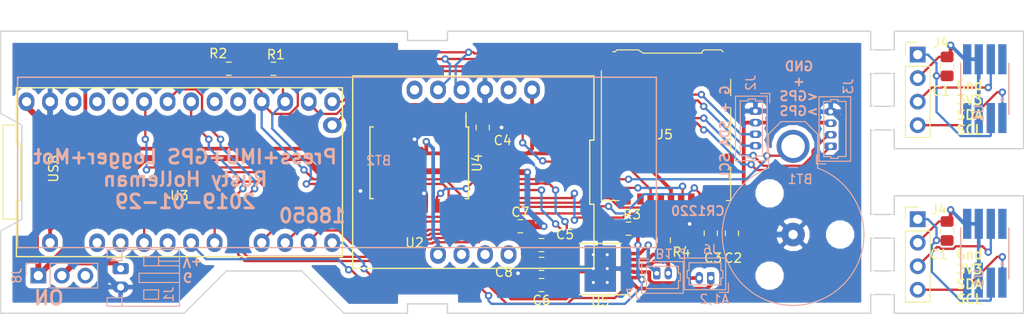
<source format=kicad_pcb>
(kicad_pcb (version 20171130) (host pcbnew 5.0.2-bee76a0~70~ubuntu18.04.1)
  (layers (0 F.Cu signal) (31 B.Cu signal) (34 B.Paste user hide) (35 F.Paste user hide) (36 B.SilkS user) (37 F.SilkS user hide) (38 B.Mask user hide) (39 F.Mask user hide) (44 Edge.Cuts user))
  (net 0 "")
  (net 1 "Net-(BT1-Pad1)")
  (net 2 "Net-(J1-Pad1)")
  (net 3 GND)
  (net 4 /P_3V)
  (net 5 /P_GND)
  (net 6 /3V)
  (net 7 /SDA)
  (net 8 /SCL)
  (net 9 /P_SDA)
  (net 10 /P_SCL)
  (net 11 /SD_CS)
  (net 12 /MOSI)
  (net 13 /SCK)
  (net 14 /MISO)
  (net 15 /RX)
  (net 16 /TX)
  (net 17 "Net-(C5-Pad2)")
  (net 18 /Vbat)
  (net 19 "Net-(C6-Pad1)")
  (net 20 /BIN2)
  (net 21 /DRV_nSLEEP)
  (net 22 /AIN1)
  (net 23 /AIN2)
  (net 24 /BIN1)
  (net 25 /AO1)
  (net 26 /AO2)
  (net 27 /BO2)
  (net 28 /BO1)
  (net 29 /ASEN)
  (net 30 /BSEN)
  (module m0_logger_footprints:tab_drills (layer F.Cu) (at 144.78 73.152 90)
    (fp_text reference REF** hide)
    (fp_text value tab_drills hide)
    (pad "" np_thru_hole circle (at 2.286 0.254 90) (size 0.508 0.508) (drill 0.508) (layers *.Cu *.Mask))
    (pad "" np_thru_hole circle (at 1.27 0.254 90) (size 0.508 0.508) (drill 0.508) (layers *.Cu *.Mask))
    (pad "" np_thru_hole circle (at 0.254 0.254 90) (size 0.508 0.508) (drill 0.508) (layers *.Cu *.Mask))
    (pad "" np_thru_hole circle (at 0.254 2.286 90) (size 0.508 0.508) (drill 0.508) (layers *.Cu *.Mask))
    (pad "" np_thru_hole circle (at 1.27 2.286 90) (size 0.508 0.508) (drill 0.508) (layers *.Cu *.Mask))
    (pad "" np_thru_hole circle (at 2.286 2.286 90) (size 0.508 0.508) (drill 0.508) (layers *.Cu *.Mask))
  )
  (module m0_logger_footprints:tab_drills (layer F.Cu) (at 144.78 79.248 90)
    (fp_text reference REF** hide)
    (fp_text value tab_drills hide)
    (pad "" np_thru_hole circle (at 2.286 0.254 90) (size 0.508 0.508) (drill 0.508) (layers *.Cu *.Mask))
    (pad "" np_thru_hole circle (at 1.27 0.254 90) (size 0.508 0.508) (drill 0.508) (layers *.Cu *.Mask))
    (pad "" np_thru_hole circle (at 0.254 0.254 90) (size 0.508 0.508) (drill 0.508) (layers *.Cu *.Mask))
    (pad "" np_thru_hole circle (at 0.254 2.286 90) (size 0.508 0.508) (drill 0.508) (layers *.Cu *.Mask))
    (pad "" np_thru_hole circle (at 1.27 2.286 90) (size 0.508 0.508) (drill 0.508) (layers *.Cu *.Mask))
    (pad "" np_thru_hole circle (at 2.286 2.286 90) (size 0.508 0.508) (drill 0.508) (layers *.Cu *.Mask))
  )
  (module Connector_PinHeader_2.54mm:PinHeader_1x04_P2.54mm_Vertical (layer F.Cu) (at 149.86 71.12)
    (fp_text reference J4 (at 2.286 -1.016) (layer F.SilkS))
    (fp_text value PressureB)
    (pad 4 thru_hole oval (at 0 7.62) (size 1.7 1.7) (drill 1) (layers *.Cu *.Mask) (net 10 /P_SCL))
    (pad 3 thru_hole oval (at 0 5.08) (size 1.7 1.7) (drill 1) (layers *.Cu *.Mask) (net 9 /P_SDA))
    (pad 2 thru_hole oval (at 0 2.54) (size 1.7 1.7) (drill 1) (layers *.Cu *.Mask) (net 4 /P_3V))
    (pad 1 thru_hole rect (at 0 0) (size 1.7 1.7) (drill 1) (layers *.Cu *.Mask) (net 5 /P_GND))
  )
  (module Capacitor_SMD:C_0805_2012Metric_Pad1.15x1.40mm_HandSolder (layer F.Cu) (at 153.035 72.39 270)
    (fp_text reference C1 (at 2.54 0.889) (layer F.SilkS))
    (fp_text value 0.1uF)
    (pad 2 smd roundrect (at 1.025 0 270) (size 1.15 1.4) (layers F.Cu F.Paste F.Mask) (roundrect_rratio 0.217391) (net 5 /P_GND))
    (pad 1 smd roundrect (at -1.025 0 270) (size 1.15 1.4) (layers F.Cu F.Paste F.Mask) (roundrect_rratio 0.217391) (net 4 /P_3V))
  )
  (module m0_logger_footprints:ms5803_rh (layer B.Cu) (at 159.004 77.47 270)
    (fp_text reference U1 (at 0 2.55 270) (layer B.SilkS) (effects (justify mirror)))
    (fp_text value MS5803)
    (pad 1 smd rect (at 0.5 0 270) (size 3.25 0.9) (layers B.Cu B.Paste B.Mask) (net 10 /P_SCL))
    (pad 2 smd rect (at 0.5 1.25 270) (size 3.25 0.9) (layers B.Cu B.Paste B.Mask) (net 5 /P_GND))
    (pad 3 smd rect (at 0.5 2.55 270) (size 3.8 0.9) (drill (offset -0.275 0)) (layers B.Cu B.Paste B.Mask) (net 4 /P_3V))
    (pad 4 smd rect (at 0.5 3.8 270) (size 3.25 0.9) (layers B.Cu B.Paste B.Mask))
    (pad 5 smd rect (at -5.85 3.8 270) (size 3.25 0.9) (layers B.Cu B.Paste B.Mask) (net 4 /P_3V))
    (pad 6 smd rect (at -5.85 2.55 270) (size 3.25 0.9) (layers B.Cu B.Paste B.Mask) (net 4 /P_3V))
    (pad 7 smd rect (at -5.85 1.25 270) (size 3.25 0.9) (layers B.Cu B.Paste B.Mask) (net 9 /P_SDA))
    (pad 8 smd rect (at -5.85 0 270) (size 3.25 0.9) (layers B.Cu B.Paste B.Mask))
  )
  (module m0_logger_footprints:ItsyBitsyM0 (layer F.Cu) (at 70.104 66.04)
    (fp_text reference U3 (at 0 2.54 180) (layer F.SilkS))
    (fp_text value itsy_m0)
    (fp_text user USB (at -13.589 -0.381 90) (layer F.SilkS))
    (pad 19 thru_hole oval (at 16.51 -5.08) (size 2 1.7) (drill 1) (layers *.Cu *.Mask) (net 11 /SD_CS))
    (pad 14 thru_hole oval (at 16.51 7.62) (size 1.7 2) (drill 1) (layers *.Cu *.Mask) (net 21 /DRV_nSLEEP))
    (pad 20 thru_hole oval (at 16.51 -7.62) (size 1.7 2) (drill 1) (layers *.Cu *.Mask) (net 15 /RX))
    (pad 13 thru_hole oval (at 13.97 7.62) (size 1.7 2) (drill 1) (layers *.Cu *.Mask) (net 14 /MISO))
    (pad 21 thru_hole oval (at 13.97 -7.62) (size 1.7 2) (drill 1) (layers *.Cu *.Mask) (net 16 /TX))
    (pad 12 thru_hole oval (at 11.43 7.62) (size 1.7 2) (drill 1) (layers *.Cu *.Mask) (net 12 /MOSI))
    (pad 22 thru_hole oval (at 11.43 -7.62) (size 1.7 2) (drill 1) (layers *.Cu *.Mask) (net 7 /SDA))
    (pad 11 thru_hole oval (at 8.89 7.62) (size 1.7 2) (drill 1) (layers *.Cu *.Mask) (net 13 /SCK))
    (pad 23 thru_hole oval (at 8.89 -7.62) (size 1.7 2) (drill 1) (layers *.Cu *.Mask) (net 8 /SCL))
    (pad 24 thru_hole oval (at 6.35 -7.62) (size 1.7 2) (drill 1) (layers *.Cu *.Mask))
    (pad 9 thru_hole oval (at 3.81 7.62) (size 1.7 2) (drill 1) (layers *.Cu *.Mask) (net 30 /BSEN))
    (pad 25 thru_hole oval (at 3.81 -7.62) (size 1.7 2) (drill 1) (layers *.Cu *.Mask))
    (pad 8 thru_hole oval (at 1.27 7.62) (size 1.7 2) (drill 1) (layers *.Cu *.Mask) (net 29 /ASEN))
    (pad 26 thru_hole oval (at 1.27 -7.62) (size 1.7 2) (drill 1) (layers *.Cu *.Mask) (net 22 /AIN1))
    (pad 7 thru_hole oval (at -1.27 7.62) (size 1.7 2) (drill 1) (layers *.Cu *.Mask))
    (pad 27 thru_hole oval (at -1.27 -7.62) (size 1.7 2) (drill 1) (layers *.Cu *.Mask) (net 23 /AIN2))
    (pad 6 thru_hole oval (at -3.81 7.62) (size 1.7 2) (drill 1) (layers *.Cu *.Mask) (net 20 /BIN2))
    (pad 28 thru_hole oval (at -3.81 -7.62) (size 1.7 2) (drill 1) (layers *.Cu *.Mask) (net 24 /BIN1))
    (pad 5 thru_hole oval (at -6.35 7.62) (size 1.7 2) (drill 1) (layers *.Cu *.Mask))
    (pad 29 thru_hole oval (at -6.35 -7.62) (size 1.7 2) (drill 1) (layers *.Cu *.Mask))
    (pad 4 thru_hole oval (at -8.89 7.62) (size 1.7 2) (drill 1) (layers *.Cu *.Mask))
    (pad 30 thru_hole oval (at -8.89 -7.62) (size 1.7 2) (drill 1) (layers *.Cu *.Mask))
    (pad 31 thru_hole oval (at -11.43 -7.62) (size 1.7 2) (drill 1) (layers *.Cu *.Mask))
    (pad 2 thru_hole oval (at -13.97 7.62) (size 1.7 2) (drill 1) (layers *.Cu *.Mask) (net 6 /3V))
    (pad 32 thru_hole oval (at -13.97 -7.62) (size 1.7 2) (drill 1) (layers *.Cu *.Mask) (net 3 GND))
    (pad 33 thru_hole oval (at -16.51 -7.62) (size 1.7 2) (drill 1) (layers *.Cu *.Mask) (net 18 /Vbat))
  )
  (module Package_SO:HTSSOP-16-1EP_4.4x5mm_P0.65mm_EP3.4x5mm_Mask2.46x2.31mm_ThermalVias (layer F.Cu) (at 115.57 76.454 180)
    (fp_text reference U5 (at 0 -3.55 180) (layer F.SilkS))
    (fp_text value DRV8833PWP)
    (pad 17 smd rect (at 0 0 180) (size 3.4 5) (layers B.Cu) (net 3 GND))
    (pad 1 smd rect (at -2.775 -2.275 180) (size 1.05 0.45) (layers F.Cu F.Paste F.Mask) (net 21 /DRV_nSLEEP))
    (pad 2 smd rect (at -2.775 -1.625 180) (size 1.05 0.45) (layers F.Cu F.Paste F.Mask) (net 25 /AO1))
    (pad 3 smd rect (at -2.775 -0.975 180) (size 1.05 0.45) (layers F.Cu F.Paste F.Mask) (net 29 /ASEN))
    (pad 4 smd rect (at -2.775 -0.325 180) (size 1.05 0.45) (layers F.Cu F.Paste F.Mask) (net 26 /AO2))
    (pad 5 smd rect (at -2.775 0.325 180) (size 1.05 0.45) (layers F.Cu F.Paste F.Mask) (net 27 /BO2))
    (pad 6 smd rect (at -2.775 0.975 180) (size 1.05 0.45) (layers F.Cu F.Paste F.Mask) (net 30 /BSEN))
    (pad 7 smd rect (at -2.775 1.625 180) (size 1.05 0.45) (layers F.Cu F.Paste F.Mask) (net 28 /BO1))
    (pad 8 smd rect (at -2.775 2.275 180) (size 1.05 0.45) (layers F.Cu F.Paste F.Mask))
    (pad 9 smd rect (at 2.775 2.275 180) (size 1.05 0.45) (layers F.Cu F.Paste F.Mask) (net 24 /BIN1))
    (pad 10 smd rect (at 2.775 1.625 180) (size 1.05 0.45) (layers F.Cu F.Paste F.Mask) (net 20 /BIN2))
    (pad 11 smd rect (at 2.775 0.975 180) (size 1.05 0.45) (layers F.Cu F.Paste F.Mask) (net 17 "Net-(C5-Pad2)"))
    (pad 12 smd rect (at 2.775 0.325 180) (size 1.05 0.45) (layers F.Cu F.Paste F.Mask) (net 18 /Vbat))
    (pad 13 smd rect (at 2.775 -0.325 180) (size 1.05 0.45) (layers F.Cu F.Paste F.Mask) (net 3 GND))
    (pad 14 smd rect (at 2.775 -0.975 180) (size 1.05 0.45) (layers F.Cu F.Paste F.Mask) (net 19 "Net-(C6-Pad1)"))
    (pad 15 smd rect (at 2.775 -1.625 180) (size 1.05 0.45) (layers F.Cu F.Paste F.Mask) (net 23 /AIN2))
    (pad 16 smd rect (at 2.775 -2.275 180) (size 1.05 0.45) (layers F.Cu F.Paste F.Mask) (net 22 /AIN1))
    (pad 17 smd rect (at 0 0 180) (size 3.4 5) (layers F.Cu) (net 3 GND))
    (pad 17 thru_hole circle (at -0.75 -1.5 180) (size 0.75 0.75) (drill 0.33) (layers *.Cu) (net 3 GND))
    (pad 17 thru_hole circle (at 0.75 -1.5 180) (size 0.75 0.75) (drill 0.33) (layers *.Cu) (net 3 GND))
    (pad 17 thru_hole circle (at -0.75 0 180) (size 0.75 0.75) (drill 0.33) (layers *.Cu) (net 3 GND))
    (pad 17 thru_hole circle (at 0.75 0 180) (size 0.75 0.75) (drill 0.33) (layers *.Cu) (net 3 GND))
    (pad 17 thru_hole circle (at -0.75 1.5 180) (size 0.75 0.75) (drill 0.33) (layers *.Cu) (net 3 GND))
    (pad 17 thru_hole circle (at 0.75 1.5 180) (size 0.75 0.75) (drill 0.33) (layers *.Cu) (net 3 GND))
  )
  (module m0_logger_footprints:af18650_outline (layer B.Cu) (at 55.626 65.784)
    (fp_text reference BT2 (at 36 -1) (layer B.SilkS) (effects (justify mirror)))
    (fp_text value "18650, protected ")
  )
  (module m0_logger_footprints:afBNO055 (layer F.Cu) (at 101.854 66.04 180)
    (fp_text reference U2 (at 6.35 -7.62) (layer F.SilkS))
    (fp_text value af_bno055)
    (pad 6 thru_hole oval (at 6.35 8.89 180) (size 1.7 2) (drill 1) (layers *.Cu *.Mask))
    (pad 5 thru_hole oval (at 3.81 8.89 180) (size 1.7 2) (drill 1) (layers *.Cu *.Mask) (net 8 /SCL))
    (pad 7 thru_hole oval (at 3.81 -8.89 180) (size 1.7 2) (drill 1) (layers *.Cu *.Mask) (net 6 /3V))
    (pad 4 thru_hole oval (at 1.27 8.89 180) (size 1.7 2) (drill 1) (layers *.Cu *.Mask) (net 7 /SDA))
    (pad 8 thru_hole oval (at 1.27 -8.89 180) (size 1.7 2) (drill 1) (layers *.Cu *.Mask))
    (pad 3 thru_hole oval (at -1.27 8.89 180) (size 1.7 2) (drill 1) (layers *.Cu *.Mask) (net 3 GND))
    (pad 9 thru_hole oval (at -1.27 -8.89 180) (size 1.7 2) (drill 1) (layers *.Cu *.Mask))
    (pad 2 thru_hole oval (at -3.81 8.89 180) (size 1.7 2) (drill 1) (layers *.Cu *.Mask))
    (pad 10 thru_hole oval (at -3.81 -8.89 180) (size 1.7 2) (drill 1) (layers *.Cu *.Mask))
    (pad 1 thru_hole oval (at -6.35 8.89 180) (size 1.7 2) (drill 1) (layers *.Cu *.Mask) (net 6 /3V))
  )
  (module m0_logger_footprints:ms5803_rh (layer B.Cu) (at 159.004 59.69 270)
    (fp_text reference U1 (at 0 2.55 270) (layer B.SilkS) (effects (justify mirror)))
    (fp_text value MS5803)
    (pad 8 smd rect (at -5.85 0 270) (size 3.25 0.9) (layers B.Cu B.Paste B.Mask))
    (pad 7 smd rect (at -5.85 1.25 270) (size 3.25 0.9) (layers B.Cu B.Paste B.Mask) (net 9 /P_SDA))
    (pad 6 smd rect (at -5.85 2.55 270) (size 3.25 0.9) (layers B.Cu B.Paste B.Mask) (net 4 /P_3V))
    (pad 5 smd rect (at -5.85 3.8 270) (size 3.25 0.9) (layers B.Cu B.Paste B.Mask) (net 4 /P_3V))
    (pad 4 smd rect (at 0.5 3.8 270) (size 3.25 0.9) (layers B.Cu B.Paste B.Mask))
    (pad 3 smd rect (at 0.5 2.55 270) (size 3.8 0.9) (drill (offset -0.275 0)) (layers B.Cu B.Paste B.Mask) (net 4 /P_3V))
    (pad 2 smd rect (at 0.5 1.25 270) (size 3.25 0.9) (layers B.Cu B.Paste B.Mask) (net 5 /P_GND))
    (pad 1 smd rect (at 0.5 0 270) (size 3.25 0.9) (layers B.Cu B.Paste B.Mask) (net 10 /P_SCL))
  )
  (module Battery:BatteryHolder_Keystone_500 (layer B.Cu) (at 136.398 63.246 270)
    (fp_text reference BT1 (at 3.556 -0.762) (layer B.SilkS) (effects (justify mirror)))
    (fp_text value Battery_Cell)
    (pad 1 thru_hole circle (at 0 0 270) (size 3.56 3.56) (drill 2.54) (layers *.Cu *.Mask) (net 1 "Net-(BT1-Pad1)"))
    (pad 2 thru_hole circle (at 9.53 0 270) (size 2.54 2.54) (drill 1.02) (layers *.Cu *.Mask) (net 3 GND))
    (pad "" np_thru_hole circle (at 9.53 -5.08 270) (size 2.03 2.03) (drill 2.03) (layers *.Cu *.Mask))
    (pad "" np_thru_hole circle (at 13.97 2.54 270) (size 2.03 2.03) (drill 2.03) (layers *.Cu *.Mask))
    (pad "" np_thru_hole circle (at 5.08 2.54 270) (size 2.03 2.03) (drill 2.03) (layers *.Cu *.Mask))
  )
  (module Capacitor_SMD:C_0805_2012Metric_Pad1.15x1.40mm_HandSolder (layer F.Cu) (at 153.035 54.61 270)
    (fp_text reference C1 (at 2.667 0.635) (layer F.SilkS))
    (fp_text value 0.1uF)
    (pad 1 smd roundrect (at -1.025 0 270) (size 1.15 1.4) (layers F.Cu F.Paste F.Mask) (roundrect_rratio 0.217391) (net 4 /P_3V))
    (pad 2 smd roundrect (at 1.025 0 270) (size 1.15 1.4) (layers F.Cu F.Paste F.Mask) (roundrect_rratio 0.217391) (net 5 /P_GND))
  )
  (module Connector_PinHeader_2.54mm:PinHeader_1x04_P2.54mm_Vertical (layer F.Cu) (at 149.86 53.34)
    (fp_text reference J4 (at 2.54 -1.27) (layer F.SilkS))
    (fp_text value PressureB)
    (pad 1 thru_hole rect (at 0 0) (size 1.7 1.7) (drill 1) (layers *.Cu *.Mask) (net 5 /P_GND))
    (pad 2 thru_hole oval (at 0 2.54) (size 1.7 1.7) (drill 1) (layers *.Cu *.Mask) (net 4 /P_3V))
    (pad 3 thru_hole oval (at 0 5.08) (size 1.7 1.7) (drill 1) (layers *.Cu *.Mask) (net 9 /P_SDA))
    (pad 4 thru_hole oval (at 0 7.62) (size 1.7 1.7) (drill 1) (layers *.Cu *.Mask) (net 10 /P_SCL))
  )
  (module Connector_Card:microSD_HC_Hirose_DM3AT-SF-PEJM5 (layer F.Cu) (at 122.682 61.214 180)
    (fp_text reference J5 (at 0.127 -0.762 180) (layer F.SilkS))
    (fp_text value Micro_SD_Card)
    (pad 9 smd rect (at -5.875 -7.725 180) (size 0.7 1.2) (layers F.Cu F.Paste F.Mask) (net 3 GND))
    (pad 8 smd rect (at -4.925 -7.725 180) (size 0.7 1.2) (layers F.Cu F.Paste F.Mask))
    (pad 1 smd rect (at 2.775 -7.725 180) (size 0.7 1.2) (layers F.Cu F.Paste F.Mask))
    (pad 2 smd rect (at 1.675 -7.725 180) (size 0.7 1.2) (layers F.Cu F.Paste F.Mask) (net 11 /SD_CS))
    (pad 3 smd rect (at 0.575 -7.725 180) (size 0.7 1.2) (layers F.Cu F.Paste F.Mask) (net 12 /MOSI))
    (pad 4 smd rect (at -0.525 -7.725 180) (size 0.7 1.2) (layers F.Cu F.Paste F.Mask) (net 6 /3V))
    (pad 5 smd rect (at -1.625 -7.725 180) (size 0.7 1.2) (layers F.Cu F.Paste F.Mask) (net 13 /SCK))
    (pad 6 smd rect (at -2.725 -7.725 180) (size 0.7 1.2) (layers F.Cu F.Paste F.Mask) (net 3 GND))
    (pad 7 smd rect (at -3.825 -7.725 180) (size 0.7 1.2) (layers F.Cu F.Paste F.Mask) (net 14 /MISO))
    (pad 11 smd rect (at 4.325 -7.725 180) (size 1 1.2) (layers F.Cu F.Paste F.Mask))
    (pad 11 smd rect (at -6.825 -3.425 180) (size 1 1.2) (layers F.Cu F.Paste F.Mask))
    (pad 10 smd rect (at -6.825 2.775 180) (size 1 0.8) (layers F.Cu F.Paste F.Mask))
    (pad 11 smd rect (at -6.825 6.925 180) (size 1 2.8) (layers F.Cu F.Paste F.Mask))
    (pad 11 smd rect (at 6.675 7.375 180) (size 1.3 1.9) (layers F.Cu F.Paste F.Mask))
  )
  (module Package_SO:SOIC-16W_7.5x10.3mm_P1.27mm (layer F.Cu) (at 96.012 65.024 270)
    (fp_text reference U4 (at 0 -6.25 270) (layer F.SilkS))
    (fp_text value DS3231S)
    (pad 1 smd rect (at -4.65 -4.445 270) (size 1.5 0.6) (layers F.Cu F.Paste F.Mask))
    (pad 2 smd rect (at -4.65 -3.175 270) (size 1.5 0.6) (layers F.Cu F.Paste F.Mask) (net 6 /3V))
    (pad 3 smd rect (at -4.65 -1.905 270) (size 1.5 0.6) (layers F.Cu F.Paste F.Mask))
    (pad 4 smd rect (at -4.65 -0.635 270) (size 1.5 0.6) (layers F.Cu F.Paste F.Mask))
    (pad 5 smd rect (at -4.65 0.635 270) (size 1.5 0.6) (layers F.Cu F.Paste F.Mask) (net 3 GND))
    (pad 6 smd rect (at -4.65 1.905 270) (size 1.5 0.6) (layers F.Cu F.Paste F.Mask) (net 3 GND))
    (pad 7 smd rect (at -4.65 3.175 270) (size 1.5 0.6) (layers F.Cu F.Paste F.Mask) (net 3 GND))
    (pad 8 smd rect (at -4.65 4.445 270) (size 1.5 0.6) (layers F.Cu F.Paste F.Mask) (net 3 GND))
    (pad 9 smd rect (at 4.65 4.445 270) (size 1.5 0.6) (layers F.Cu F.Paste F.Mask) (net 3 GND))
    (pad 10 smd rect (at 4.65 3.175 270) (size 1.5 0.6) (layers F.Cu F.Paste F.Mask) (net 3 GND))
    (pad 11 smd rect (at 4.65 1.905 270) (size 1.5 0.6) (layers F.Cu F.Paste F.Mask) (net 3 GND))
    (pad 12 smd rect (at 4.65 0.635 270) (size 1.5 0.6) (layers F.Cu F.Paste F.Mask) (net 3 GND))
    (pad 13 smd rect (at 4.65 -0.635 270) (size 1.5 0.6) (layers F.Cu F.Paste F.Mask) (net 3 GND))
    (pad 14 smd rect (at 4.65 -1.905 270) (size 1.5 0.6) (layers F.Cu F.Paste F.Mask) (net 1 "Net-(BT1-Pad1)"))
    (pad 15 smd rect (at 4.65 -3.175 270) (size 1.5 0.6) (layers F.Cu F.Paste F.Mask) (net 7 /SDA))
    (pad 16 smd rect (at 4.65 -4.445 270) (size 1.5 0.6) (layers F.Cu F.Paste F.Mask) (net 8 /SCL))
  )
  (module Capacitor_SMD:C_0805_2012Metric_Pad1.15x1.40mm_HandSolder (layer F.Cu) (at 129.794 72.644 90)
    (fp_text reference C2 (at -2.667 0.127 180) (layer F.SilkS))
    (fp_text value 0.1uF)
    (pad 1 smd roundrect (at -1.025 0 90) (size 1.15 1.4) (layers F.Cu F.Paste F.Mask) (roundrect_rratio 0.217391) (net 6 /3V))
    (pad 2 smd roundrect (at 1.025 0 90) (size 1.15 1.4) (layers F.Cu F.Paste F.Mask) (roundrect_rratio 0.217391) (net 3 GND))
  )
  (module Capacitor_SMD:C_0805_2012Metric_Pad1.15x1.40mm_HandSolder (layer F.Cu) (at 127.508 72.644 90)
    (fp_text reference C3 (at -2.667 0.254 180) (layer F.SilkS))
    (fp_text value 47uF)
    (pad 1 smd roundrect (at -1.025 0 90) (size 1.15 1.4) (layers F.Cu F.Paste F.Mask) (roundrect_rratio 0.217391) (net 6 /3V))
    (pad 2 smd roundrect (at 1.025 0 90) (size 1.15 1.4) (layers F.Cu F.Paste F.Mask) (roundrect_rratio 0.217391) (net 3 GND))
  )
  (module Capacitor_SMD:C_0805_2012Metric_Pad1.15x1.40mm_HandSolder (layer F.Cu) (at 102.87 61.214 270)
    (fp_text reference C4 (at 1.397 -2.159) (layer F.SilkS))
    (fp_text value 0.1uF)
    (pad 2 smd roundrect (at 1.025 0 270) (size 1.15 1.4) (layers F.Cu F.Paste F.Mask) (roundrect_rratio 0.217391) (net 3 GND))
    (pad 1 smd roundrect (at -1.025 0 270) (size 1.15 1.4) (layers F.Cu F.Paste F.Mask) (roundrect_rratio 0.217391) (net 6 /3V))
  )
  (module Resistor_SMD:R_0805_2012Metric_Pad1.15x1.40mm_HandSolder (layer F.Cu) (at 80.264 54.864)
    (fp_text reference R1 (at 0.254 -1.524) (layer F.SilkS))
    (fp_text value 5.6k)
    (pad 2 smd roundrect (at 1.025 0) (size 1.15 1.4) (layers F.Cu F.Paste F.Mask) (roundrect_rratio 0.217391) (net 7 /SDA))
    (pad 1 smd roundrect (at -1.025 0) (size 1.15 1.4) (layers F.Cu F.Paste F.Mask) (roundrect_rratio 0.217391) (net 6 /3V))
  )
  (module Resistor_SMD:R_0805_2012Metric_Pad1.15x1.40mm_HandSolder (layer F.Cu) (at 75.438 54.864)
    (fp_text reference R2 (at -1.143 -1.65) (layer F.SilkS))
    (fp_text value 5.6k)
    (pad 1 smd roundrect (at -1.025 0) (size 1.15 1.4) (layers F.Cu F.Paste F.Mask) (roundrect_rratio 0.217391) (net 6 /3V))
    (pad 2 smd roundrect (at 1.025 0) (size 1.15 1.4) (layers F.Cu F.Paste F.Mask) (roundrect_rratio 0.217391) (net 8 /SCL))
  )
  (module Connector_JST:JST_PH_S2B-PH-K_1x02_P2.00mm_Horizontal (layer B.Cu) (at 63.754 76.454 270)
    (fp_text reference J1 (at 2.794 -5.207 270) (layer B.SilkS) (effects (justify mirror)))
    (fp_text value LiPO)
    (pad 1 thru_hole roundrect (at 0 0 270) (size 1.2 1.75) (drill 0.75) (layers *.Cu *.Mask) (roundrect_rratio 0.208333) (net 2 "Net-(J1-Pad1)"))
    (pad 2 thru_hole oval (at 2 0 270) (size 1.2 1.75) (drill 0.75) (layers *.Cu *.Mask) (net 3 GND))
  )
  (module m0_logger_footprints:tab_drills (layer F.Cu) (at 144.78 55.372 90)
    (fp_text reference REF** hide)
    (fp_text value tab_drills hide)
    (pad "" np_thru_hole circle (at 2.286 2.286 90) (size 0.508 0.508) (drill 0.508) (layers *.Cu *.Mask))
    (pad "" np_thru_hole circle (at 1.27 2.286 90) (size 0.508 0.508) (drill 0.508) (layers *.Cu *.Mask))
    (pad "" np_thru_hole circle (at 0.254 2.286 90) (size 0.508 0.508) (drill 0.508) (layers *.Cu *.Mask))
    (pad "" np_thru_hole circle (at 0.254 0.254 90) (size 0.508 0.508) (drill 0.508) (layers *.Cu *.Mask))
    (pad "" np_thru_hole circle (at 1.27 0.254 90) (size 0.508 0.508) (drill 0.508) (layers *.Cu *.Mask))
    (pad "" np_thru_hole circle (at 2.286 0.254 90) (size 0.508 0.508) (drill 0.508) (layers *.Cu *.Mask))
  )
  (module m0_logger_footprints:tab_drills (layer F.Cu) (at 144.78 61.468 90)
    (fp_text reference REF** hide)
    (fp_text value tab_drills hide)
    (pad "" np_thru_hole circle (at 2.286 2.286 90) (size 0.508 0.508) (drill 0.508) (layers *.Cu *.Mask))
    (pad "" np_thru_hole circle (at 1.27 2.286 90) (size 0.508 0.508) (drill 0.508) (layers *.Cu *.Mask))
    (pad "" np_thru_hole circle (at 0.254 2.286 90) (size 0.508 0.508) (drill 0.508) (layers *.Cu *.Mask))
    (pad "" np_thru_hole circle (at 0.254 0.254 90) (size 0.508 0.508) (drill 0.508) (layers *.Cu *.Mask))
    (pad "" np_thru_hole circle (at 1.27 0.254 90) (size 0.508 0.508) (drill 0.508) (layers *.Cu *.Mask))
    (pad "" np_thru_hole circle (at 2.286 0.254 90) (size 0.508 0.508) (drill 0.508) (layers *.Cu *.Mask))
  )
  (module Capacitor_SMD:C_0805_2012Metric_Pad1.15x1.40mm_HandSolder (layer F.Cu) (at 109.22 73.914)
    (fp_text reference C5 (at 2.54 -1.143) (layer F.SilkS))
    (fp_text value 0.1uF)
    (pad 2 smd roundrect (at 1.025 0) (size 1.15 1.4) (layers F.Cu F.Paste F.Mask) (roundrect_rratio 0.217391) (net 17 "Net-(C5-Pad2)"))
    (pad 1 smd roundrect (at -1.025 0) (size 1.15 1.4) (layers F.Cu F.Paste F.Mask) (roundrect_rratio 0.217391) (net 18 /Vbat))
  )
  (module Capacitor_SMD:C_0805_2012Metric_Pad1.15x1.40mm_HandSolder (layer F.Cu) (at 109.22 78.232 180)
    (fp_text reference C6 (at 0 -1.65 180) (layer F.SilkS))
    (fp_text value 2.2uF)
    (pad 1 smd roundrect (at -1.025 0 180) (size 1.15 1.4) (layers F.Cu F.Paste F.Mask) (roundrect_rratio 0.217391) (net 19 "Net-(C6-Pad1)"))
    (pad 2 smd roundrect (at 1.025 0 180) (size 1.15 1.4) (layers F.Cu F.Paste F.Mask) (roundrect_rratio 0.217391) (net 3 GND))
  )
  (module Capacitor_SMD:C_0805_2012Metric_Pad1.15x1.40mm_HandSolder (layer F.Cu) (at 106.934 71.882 180)
    (fp_text reference C7 (at 0 1.524 180) (layer F.SilkS))
    (fp_text value 47uF)
    (pad 2 smd roundrect (at 1.025 0 180) (size 1.15 1.4) (layers F.Cu F.Paste F.Mask) (roundrect_rratio 0.217391) (net 3 GND))
    (pad 1 smd roundrect (at -1.025 0 180) (size 1.15 1.4) (layers F.Cu F.Paste F.Mask) (roundrect_rratio 0.217391) (net 18 /Vbat))
  )
  (module Capacitor_SMD:C_0805_2012Metric_Pad1.15x1.40mm_HandSolder (layer F.Cu) (at 109.22 75.946 180)
    (fp_text reference C8 (at 4.064 -0.889) (layer F.SilkS))
    (fp_text value 47uF)
    (pad 1 smd roundrect (at -1.025 0 180) (size 1.15 1.4) (layers F.Cu F.Paste F.Mask) (roundrect_rratio 0.217391) (net 18 /Vbat))
    (pad 2 smd roundrect (at 1.025 0 180) (size 1.15 1.4) (layers F.Cu F.Paste F.Mask) (roundrect_rratio 0.217391) (net 3 GND))
  )
  (module Connector_PinHeader_2.54mm:PinHeader_1x03_P2.54mm_Vertical (layer B.Cu) (at 54.864 77.216 270)
    (fp_text reference J8 (at 0 2.33 270) (layer B.SilkS) (effects (justify mirror)))
    (fp_text value Conn_01x03)
    (pad 1 thru_hole rect (at 0 0 270) (size 1.7 1.7) (drill 1) (layers *.Cu *.Mask) (net 18 /Vbat))
    (pad 2 thru_hole oval (at 0 -2.54 270) (size 1.7 1.7) (drill 1) (layers *.Cu *.Mask) (net 2 "Net-(J1-Pad1)"))
    (pad 3 thru_hole oval (at 0 -5.08 270) (size 1.7 1.7) (drill 1) (layers *.Cu *.Mask))
  )
  (module Resistor_SMD:R_0805_2012Metric_Pad1.15x1.40mm_HandSolder (layer F.Cu) (at 118.618 72.136 180)
    (fp_text reference R3 (at -0.381 1.524 180) (layer F.SilkS))
    (fp_text value 0.47)
    (pad 2 smd roundrect (at 1.025 0 180) (size 1.15 1.4) (layers F.Cu F.Paste F.Mask) (roundrect_rratio 0.217391) (net 3 GND))
    (pad 1 smd roundrect (at -1.025 0 180) (size 1.15 1.4) (layers F.Cu F.Paste F.Mask) (roundrect_rratio 0.217391) (net 29 /ASEN))
  )
  (module Resistor_SMD:R_0805_2012Metric_Pad1.15x1.40mm_HandSolder (layer F.Cu) (at 122.428 73.406 90)
    (fp_text reference R4 (at -1.27 1.905 180) (layer F.SilkS))
    (fp_text value 0.47)
    (pad 1 smd roundrect (at -1.025 0 90) (size 1.15 1.4) (layers F.Cu F.Paste F.Mask) (roundrect_rratio 0.217391) (net 30 /BSEN))
    (pad 2 smd roundrect (at 1.025 0 90) (size 1.15 1.4) (layers F.Cu F.Paste F.Mask) (roundrect_rratio 0.217391) (net 3 GND))
  )
  (module Connector_Molex:Molex_PicoBlade_53047-0810_1x04_P1.25mm_Vertical (layer B.Cu) (at 132.334 59.436 270)
    (fp_text reference J2 (at -3.048 0.508 270) (layer B.SilkS) (effects (justify mirror)))
    (fp_text value PressureA)
    (pad 4 thru_hole oval (at 3.75 0 270) (size 0.8 1.3) (drill 0.5) (layers *.Cu *.Mask) (net 8 /SCL))
    (pad 3 thru_hole oval (at 2.5 0 270) (size 0.8 1.3) (drill 0.5) (layers *.Cu *.Mask) (net 7 /SDA))
    (pad 2 thru_hole oval (at 1.25 0 270) (size 0.8 1.3) (drill 0.5) (layers *.Cu *.Mask) (net 6 /3V))
    (pad 1 thru_hole roundrect (at 0 0 270) (size 0.8 1.3) (drill 0.5) (layers *.Cu *.Mask) (net 3 GND))
  )
  (module Connector_Molex:Molex_PicoBlade_53047-0810_1x04_P1.25mm_Vertical (layer B.Cu) (at 140.462 63.246 90)
    (fp_text reference J3 (at 6.477 1.905 90) (layer B.SilkS) (effects (justify mirror)))
    (fp_text value GPS)
    (pad 1 thru_hole roundrect (at 0 0 90) (size 0.8 1.3) (drill 0.5) (layers *.Cu *.Mask) (net 16 /TX))
    (pad 2 thru_hole oval (at 1.25 0 90) (size 0.8 1.3) (drill 0.5) (layers *.Cu *.Mask) (net 15 /RX))
    (pad 3 thru_hole oval (at 2.5 0 90) (size 0.8 1.3) (drill 0.5) (layers *.Cu *.Mask) (net 6 /3V))
    (pad 4 thru_hole oval (at 3.75 0 90) (size 0.8 1.3) (drill 0.5) (layers *.Cu *.Mask) (net 3 GND))
  )
  (module Connector_Molex:Molex_PicoBlade_53047-0410_1x02_P1.25mm_Vertical (layer B.Cu) (at 127.508 77.47 180)
    (fp_text reference J6 (at 0 3.048 180) (layer B.SilkS) (effects (justify mirror)))
    (fp_text value MotA)
    (pad 1 thru_hole roundrect (at 0 0 180) (size 0.8 1.3) (drill 0.5) (layers *.Cu *.Mask) (net 25 /AO1))
    (pad 2 thru_hole oval (at 1.25 0 180) (size 0.8 1.3) (drill 0.5) (layers *.Cu *.Mask) (net 26 /AO2))
  )
  (module Connector_Molex:Molex_PicoBlade_53047-0410_1x02_P1.25mm_Vertical (layer B.Cu) (at 121.666 76.962)
    (fp_text reference J7 (at -2.54 2.286) (layer B.SilkS) (effects (justify mirror)))
    (fp_text value MotB)
    (pad 2 thru_hole oval (at 1.25 0) (size 0.8 1.3) (drill 0.5) (layers *.Cu *.Mask) (net 27 /BO2))
    (pad 1 thru_hole roundrect (at 0 0) (size 0.8 1.3) (drill 0.5) (layers *.Cu *.Mask) (net 28 /BO1))
  )
  (gr_text CR1220 (at 126.111 70.231) (layer B.SilkS) (effects (font (size 0.9906 0.992) (thickness 0.19685)) (justify mirror)))
  (gr_text "B1,2\n" (at 123.19 74.803 180) (layer B.SilkS) (effects (font (size 0.992 0.9906) (thickness 0.1476)) (justify mirror)))
  (gr_text "A1,2\n" (at 127.889 79.756) (layer B.SilkS) (effects (font (size 0.992 0.9906) (thickness 0.1476)) (justify mirror)))
  (gr_text ON (at 56.007 79.629) (layer B.SilkS) (effects (font (size 1.5 1.5) (thickness 0.3)) (justify mirror)))
  (gr_text "Gnd\n3V3\nSDA\nSCL" (at 155.448 59.055) (layer F.SilkS) (effects (font (size 1 1) (thickness 0.2))))
  (gr_line (start 144.78 79.248) (end 144.78 81.28) (layer Edge.Cuts) (width 0.15))
  (gr_line (start 144.78 76.708) (end 144.78 73.152) (layer Edge.Cuts) (width 0.15))
  (gr_line (start 144.78 69.596) (end 144.78 70.612) (layer Edge.Cuts) (width 0.15))
  (gr_line (start 144.78 61.468) (end 144.78 69.596) (layer Edge.Cuts) (width 0.15))
  (gr_line (start 144.78 50.8) (end 144.78 52.832) (layer Edge.Cuts) (width 0.15))
  (gr_line (start 147.32 76.708) (end 144.78 76.708) (layer Edge.Cuts) (width 0.15))
  (gr_line (start 144.78 73.152) (end 147.32 73.152) (layer Edge.Cuts) (width 0.15))
  (gr_line (start 146.812 70.612) (end 144.78 70.612) (layer Edge.Cuts) (width 0.15))
  (gr_line (start 144.78 79.248) (end 146.812 79.248) (layer Edge.Cuts) (width 0.15))
  (gr_line (start 147.32 68.58) (end 147.32 70.612) (layer Edge.Cuts) (width 0.15))
  (gr_line (start 147.32 81.28) (end 147.32 79.248) (layer Edge.Cuts) (width 0.15))
  (gr_line (start 146.812 70.612) (end 147.32 70.612) (layer Edge.Cuts) (width 0.15))
  (gr_line (start 146.812 79.248) (end 147.32 79.248) (layer Edge.Cuts) (width 0.15))
  (gr_line (start 147.32 73.152) (end 147.32 76.708) (layer Edge.Cuts) (width 0.15))
  (gr_line (start 147.32 68.58) (end 161.29 68.58) (layer Edge.Cuts) (width 0.15))
  (gr_line (start 161.29 68.58) (end 161.29 81.28) (layer Edge.Cuts) (width 0.15))
  (gr_line (start 161.29 81.28) (end 147.32 81.28) (layer Edge.Cuts) (width 0.15))
  (gr_line (start 50.8 72.39) (end 50.8 81.28) (layer Edge.Cuts) (width 0.15))
  (gr_line (start 53.086 71.12) (end 50.8 72.39) (layer Edge.Cuts) (width 0.15))
  (gr_line (start 53.086 60.96) (end 53.086 71.12) (layer Edge.Cuts) (width 0.15))
  (gr_line (start 50.8 59.69) (end 53.086 60.96) (layer Edge.Cuts) (width 0.15))
  (gr_line (start 50.8 50.8) (end 50.8 59.69) (layer Edge.Cuts) (width 0.15))
  (gr_text "Press+IMU+GPS Logger+Mot\nRusty Holleman\n2019-01-29" (at 70.739 66.802) (layer B.SilkS) (effects (font (size 1.5 1.5) (thickness 0.3)) (justify mirror)))
  (gr_line (start 70.612 81.28) (end 50.8 81.28) (layer Edge.Cuts) (width 0.15))
  (gr_line (start 75.184 76.708) (end 70.612 81.28) (layer Edge.Cuts) (width 0.15))
  (gr_line (start 83.312 76.708) (end 75.184 76.708) (layer Edge.Cuts) (width 0.15))
  (gr_line (start 87.884 81.28) (end 83.312 76.708) (layer Edge.Cuts) (width 0.15))
  (gr_line (start 94.742 81.28) (end 87.884 81.28) (layer Edge.Cuts) (width 0.15))
  (gr_line (start 99.06 81.28) (end 144.78 81.28) (layer Edge.Cuts) (width 0.15))
  (gr_line (start 99.06 80.264) (end 99.06 81.28) (layer Edge.Cuts) (width 0.15))
  (gr_line (start 94.742 80.264) (end 99.06 80.264) (layer Edge.Cuts) (width 0.15))
  (gr_line (start 94.742 81.28) (end 94.742 80.264) (layer Edge.Cuts) (width 0.15))
  (gr_line (start 127.254 50.8) (end 144.78 50.8) (layer Edge.Cuts) (width 0.15))
  (gr_line (start 99.06 50.8) (end 127.254 50.8) (layer Edge.Cuts) (width 0.15))
  (gr_line (start 99.06 51.816) (end 99.06 50.8) (layer Edge.Cuts) (width 0.15))
  (gr_line (start 94.742 51.816) (end 99.06 51.816) (layer Edge.Cuts) (width 0.15))
  (gr_line (start 94.742 50.8) (end 94.742 51.816) (layer Edge.Cuts) (width 0.15))
  (gr_line (start 50.8 50.8) (end 94.742 50.8) (layer Edge.Cuts) (width 0.15))
  (gr_line (start 144.78 58.928) (end 144.78 55.372) (layer Edge.Cuts) (width 0.15))
  (gr_line (start 147.32 58.928) (end 144.78 58.928) (layer Edge.Cuts) (width 0.15))
  (gr_line (start 147.32 55.372) (end 147.32 58.928) (layer Edge.Cuts) (width 0.15))
  (gr_line (start 144.78 55.372) (end 147.32 55.372) (layer Edge.Cuts) (width 0.15))
  (gr_line (start 146.812 61.468) (end 147.32 61.468) (layer Edge.Cuts) (width 0.15))
  (gr_line (start 146.812 52.832) (end 147.32 52.832) (layer Edge.Cuts) (width 0.15))
  (gr_line (start 147.32 63.5) (end 147.32 61.468) (layer Edge.Cuts) (width 0.15))
  (gr_line (start 147.32 50.8) (end 147.32 52.832) (layer Edge.Cuts) (width 0.15))
  (gr_line (start 144.78 61.468) (end 146.812 61.468) (layer Edge.Cuts) (width 0.15))
  (gr_line (start 144.78 52.832) (end 146.812 52.832) (layer Edge.Cuts) (width 0.15))
  (gr_text "G\nV+" (at 70.358 76.581 180) (layer B.SilkS) (effects (font (size 0.9906 0.992) (thickness 0.2032)) (justify left mirror)))
  (gr_text "GND\n+\n<GPS\n>GPS" (at 137.033 57.023) (layer B.SilkS) (effects (font (size 1 1) (thickness 0.2)) (justify mirror)))
  (gr_text "G + SDA SCL" (at 129.032 61.722 90) (layer B.SilkS) (effects (font (size 1 1) (thickness 0.2)) (justify mirror)))
  (gr_text "Gnd\n3V3\nSDA\nSCL" (at 155.448 77.343) (layer F.SilkS) (effects (font (size 1 1) (thickness 0.2))))
  (gr_line (start 161.29 63.5) (end 147.32 63.5) (layer Edge.Cuts) (width 0.15))
  (gr_line (start 161.29 50.8) (end 161.29 63.5) (layer Edge.Cuts) (width 0.15))
  (gr_line (start 147.32 50.8) (end 161.29 50.8) (layer Edge.Cuts) (width 0.15))
  (gr_text 18650 (at 84.455 70.739) (layer B.SilkS) (effects (font (size 1.5 1.5) (thickness 0.3)) (justify mirror)))
  (segment (start 97.917 69.674) (end 97.917 70.124) (width 0.25) (layer F.Cu) (net 1))
  (via (at 118.618 66.802) (size 0.8) (drill 0.4) (layers F.Cu B.Cu) (net 1))
  (segment (start 133.567999 64.579698) (end 133.567999 64.262) (width 0.25) (layer B.Cu) (net 1))
  (via (at 133.567999 64.262) (size 0.8) (drill 0.4) (layers F.Cu B.Cu) (net 1))
  (segment (start 118.618 66.802) (end 131.345697 66.802) (width 0.25) (layer B.Cu) (net 1))
  (segment (start 131.345697 66.802) (end 133.567999 64.579698) (width 0.25) (layer B.Cu) (net 1))
  (segment (start 135.382 64.262) (end 136.398 63.246) (width 0.25) (layer F.Cu) (net 1))
  (segment (start 133.567999 64.262) (end 135.382 64.262) (width 0.25) (layer F.Cu) (net 1))
  (via (at 98.31899 68.326) (size 0.8) (drill 0.4) (layers F.Cu B.Cu) (net 1))
  (segment (start 97.917 69.674) (end 97.917 68.72799) (width 0.25) (layer F.Cu) (net 1))
  (segment (start 97.917 68.72799) (end 98.31899 68.326) (width 0.25) (layer F.Cu) (net 1))
  (segment (start 98.31899 68.326) (end 98.82699 67.818) (width 0.25) (layer B.Cu) (net 1))
  (via (at 101.092 67.818) (size 0.8) (drill 0.4) (layers F.Cu B.Cu) (net 1))
  (segment (start 98.82699 67.818) (end 101.092 67.818) (width 0.25) (layer B.Cu) (net 1))
  (segment (start 102.114064 66.795936) (end 113.531936 66.795936) (width 0.25) (layer F.Cu) (net 1))
  (segment (start 101.092 67.818) (end 102.114064 66.795936) (width 0.25) (layer F.Cu) (net 1))
  (segment (start 113.531936 66.795936) (end 113.538 66.802) (width 0.25) (layer F.Cu) (net 1))
  (segment (start 118.052315 66.802) (end 118.618 66.802) (width 0.25) (layer F.Cu) (net 1))
  (segment (start 113.538 66.802) (end 118.052315 66.802) (width 0.25) (layer F.Cu) (net 1))
  (segment (start 63.08329 75.78329) (end 63.754 76.454) (width 0.635) (layer F.Cu) (net 2))
  (segment (start 58.83671 75.78329) (end 63.08329 75.78329) (width 0.635) (layer F.Cu) (net 2))
  (segment (start 57.404 77.216) (end 58.83671 75.78329) (width 0.635) (layer F.Cu) (net 2))
  (segment (start 115.57 74.159) (end 115.57 76.454) (width 0.25) (layer F.Cu) (net 3))
  (segment (start 122.428 72.626) (end 122.428 71.951) (width 0.25) (layer F.Cu) (net 3))
  (segment (start 115.245 76.779) (end 115.57 76.454) (width 0.381) (layer F.Cu) (net 3))
  (segment (start 112.795 76.779) (end 115.245 76.779) (width 0.381) (layer F.Cu) (net 3))
  (segment (start 111.889 76.779) (end 112.795 76.779) (width 0.381) (layer F.Cu) (net 3))
  (segment (start 111.63149 77.03651) (end 111.889 76.779) (width 0.381) (layer F.Cu) (net 3))
  (segment (start 109.28551 77.03651) (end 111.63149 77.03651) (width 0.381) (layer F.Cu) (net 3))
  (segment (start 108.195 75.946) (end 109.28551 77.03651) (width 0.381) (layer F.Cu) (net 3))
  (segment (start 108.195 75.946) (end 108.195 78.232) (width 0.381) (layer F.Cu) (net 3))
  (segment (start 107.571628 75.322628) (end 108.195 75.946) (width 0.381) (layer F.Cu) (net 3))
  (segment (start 107.188 74.939) (end 107.571628 75.322628) (width 0.381) (layer F.Cu) (net 3))
  (segment (start 105.909 71.882) (end 107.188 73.161) (width 0.381) (layer F.Cu) (net 3))
  (segment (start 107.188 73.161) (end 107.188 74.939) (width 0.381) (layer F.Cu) (net 3))
  (segment (start 115.57 73.573) (end 115.57 76.454) (width 0.381) (layer F.Cu) (net 3))
  (segment (start 115.57 73.484) (end 115.57 73.573) (width 0.381) (layer F.Cu) (net 3))
  (segment (start 116.918 72.136) (end 115.57 73.484) (width 0.381) (layer F.Cu) (net 3))
  (segment (start 117.593 72.136) (end 116.918 72.136) (width 0.381) (layer F.Cu) (net 3))
  (segment (start 136.266 72.644) (end 136.398 72.776) (width 0.25) (layer B.Cu) (net 3))
  (segment (start 123.698 72.644) (end 126.492 72.644) (width 0.25) (layer B.Cu) (net 3))
  (segment (start 126.492 72.644) (end 136.266 72.644) (width 0.25) (layer B.Cu) (net 3))
  (segment (start 129.794 71.619) (end 127.508 71.619) (width 0.25) (layer F.Cu) (net 3))
  (segment (start 91.567 60.374) (end 92.837 60.374) (width 0.25) (layer F.Cu) (net 3))
  (segment (start 94.107 60.374) (end 92.837 60.374) (width 0.25) (layer F.Cu) (net 3))
  (segment (start 95.377 60.374) (end 94.107 60.374) (width 0.25) (layer F.Cu) (net 3))
  (segment (start 91.567 69.674) (end 92.837 69.674) (width 0.25) (layer F.Cu) (net 3))
  (segment (start 94.107 69.674) (end 92.837 69.674) (width 0.25) (layer F.Cu) (net 3))
  (segment (start 94.107 69.674) (end 95.377 69.674) (width 0.25) (layer F.Cu) (net 3))
  (segment (start 95.377 69.674) (end 96.647 69.674) (width 0.25) (layer F.Cu) (net 3))
  (segment (start 103.124 57.15) (end 103.124 57.3) (width 0.25) (layer F.Cu) (net 3))
  (segment (start 105.909 71.882) (end 105.664 71.882) (width 0.25) (layer F.Cu) (net 3))
  (segment (start 95.377 59.924) (end 95.377 60.374) (width 0.25) (layer F.Cu) (net 3))
  (segment (start 103.124 57.15) (end 102.395715 57.15) (width 0.25) (layer F.Cu) (net 3))
  (via (at 95.504 62.484) (size 0.8) (drill 0.4) (layers F.Cu B.Cu) (net 3))
  (segment (start 95.504 60.501) (end 95.377 60.374) (width 0.25) (layer F.Cu) (net 3))
  (segment (start 95.504 62.484) (end 95.504 60.501) (width 0.25) (layer F.Cu) (net 3))
  (segment (start 95.758 62.738) (end 95.504 62.484) (width 0.25) (layer B.Cu) (net 3))
  (via (at 96.52 68.326) (size 0.8) (drill 0.4) (layers F.Cu B.Cu) (net 3))
  (segment (start 96.52 66.744315) (end 95.758 65.982315) (width 0.25) (layer B.Cu) (net 3))
  (segment (start 95.758 65.982315) (end 95.758 62.738) (width 0.25) (layer B.Cu) (net 3))
  (segment (start 96.52 68.326) (end 96.52 66.744315) (width 0.25) (layer B.Cu) (net 3))
  (segment (start 96.647 68.453) (end 96.52 68.326) (width 0.635) (layer F.Cu) (net 3))
  (segment (start 96.647 69.674) (end 96.647 68.453) (width 0.635) (layer F.Cu) (net 3))
  (segment (start 95.25 62.484) (end 95.504 62.484) (width 0.635) (layer B.Cu) (net 3))
  (segment (start 57.404 69.85) (end 87.884 69.85) (width 0.635) (layer B.Cu) (net 3))
  (segment (start 57.404 72.379) (end 57.404 69.85) (width 0.635) (layer B.Cu) (net 3))
  (segment (start 63.479 78.454) (end 57.404 72.379) (width 0.635) (layer B.Cu) (net 3))
  (segment (start 63.754 78.454) (end 63.479 78.454) (width 0.635) (layer B.Cu) (net 3))
  (segment (start 57.404 61.325) (end 57.404 69.85) (width 0.635) (layer B.Cu) (net 3))
  (segment (start 56.134 60.055) (end 57.404 61.325) (width 0.635) (layer B.Cu) (net 3))
  (segment (start 56.134 58.42) (end 56.134 60.055) (width 0.635) (layer B.Cu) (net 3))
  (segment (start 103.124 61.214) (end 103.124 57.15) (width 0.635) (layer B.Cu) (net 3))
  (via (at 104.902 61.214) (size 0.8) (drill 0.4) (layers F.Cu B.Cu) (net 3))
  (segment (start 102.87 62.239) (end 103.877 62.239) (width 0.635) (layer F.Cu) (net 3))
  (segment (start 103.877 62.239) (end 104.902 61.214) (width 0.635) (layer F.Cu) (net 3))
  (segment (start 104.295501 61.820499) (end 104.502001 61.613999) (width 0.635) (layer B.Cu) (net 3))
  (segment (start 104.502001 61.613999) (end 104.902 61.214) (width 0.635) (layer B.Cu) (net 3))
  (segment (start 95.504 62.484) (end 96.167501 61.820499) (width 0.635) (layer B.Cu) (net 3))
  (segment (start 103.124 61.214) (end 103.124 61.820499) (width 0.635) (layer B.Cu) (net 3))
  (segment (start 96.167501 61.820499) (end 103.124 61.820499) (width 0.635) (layer B.Cu) (net 3))
  (segment (start 103.124 61.820499) (end 104.295501 61.820499) (width 0.635) (layer B.Cu) (net 3))
  (segment (start 104.902 61.214) (end 104.902 70.104) (width 0.635) (layer B.Cu) (net 3))
  (segment (start 111.252 76.454) (end 115.57 76.454) (width 0.635) (layer B.Cu) (net 3))
  (via (at 106.68 76.962) (size 0.8) (drill 0.4) (layers F.Cu B.Cu) (net 3))
  (segment (start 108.195 75.946) (end 107.696 75.946) (width 0.635) (layer F.Cu) (net 3))
  (segment (start 107.696 75.946) (end 106.68 76.962) (width 0.635) (layer F.Cu) (net 3))
  (segment (start 107.079999 76.562001) (end 109.22 74.422) (width 0.635) (layer B.Cu) (net 3))
  (segment (start 106.68 76.962) (end 107.079999 76.562001) (width 0.635) (layer B.Cu) (net 3))
  (segment (start 104.902 70.104) (end 109.22 74.422) (width 0.635) (layer B.Cu) (net 3))
  (segment (start 109.22 74.422) (end 111.252 76.454) (width 0.635) (layer B.Cu) (net 3))
  (segment (start 105.301999 61.613999) (end 110.635999 61.613999) (width 0.635) (layer B.Cu) (net 3))
  (segment (start 104.902 61.214) (end 105.301999 61.613999) (width 0.635) (layer B.Cu) (net 3))
  (segment (start 110.635999 61.613999) (end 114.554 65.532) (width 0.635) (layer B.Cu) (net 3))
  (segment (start 134.601949 72.776) (end 136.398 72.776) (width 0.635) (layer B.Cu) (net 3))
  (segment (start 114.554 69.136771) (end 118.193229 72.776) (width 0.635) (layer B.Cu) (net 3))
  (segment (start 114.554 65.532) (end 114.554 69.136771) (width 0.635) (layer B.Cu) (net 3))
  (segment (start 128.557 70.57) (end 127.508 71.619) (width 0.635) (layer F.Cu) (net 3))
  (segment (start 128.557 68.939) (end 128.557 70.57) (width 0.635) (layer F.Cu) (net 3))
  (segment (start 126.852 71.619) (end 127.508 71.619) (width 0.635) (layer F.Cu) (net 3))
  (segment (start 125.407 70.174) (end 126.852 71.619) (width 0.635) (layer F.Cu) (net 3))
  (segment (start 125.407 68.939) (end 125.407 70.174) (width 0.635) (layer F.Cu) (net 3))
  (via (at 125.222 71.628) (size 0.8) (drill 0.4) (layers F.Cu B.Cu) (net 3))
  (segment (start 127.508 71.619) (end 125.231 71.619) (width 0.635) (layer F.Cu) (net 3))
  (segment (start 125.231 71.619) (end 125.222 71.628) (width 0.635) (layer F.Cu) (net 3))
  (segment (start 124.714 72.136) (end 124.714 72.776) (width 0.635) (layer B.Cu) (net 3))
  (segment (start 125.222 71.628) (end 124.714 72.136) (width 0.635) (layer B.Cu) (net 3))
  (segment (start 118.193229 72.776) (end 124.714 72.776) (width 0.635) (layer B.Cu) (net 3))
  (segment (start 140.759555 59.496) (end 140.462 59.496) (width 0.635) (layer B.Cu) (net 3))
  (segment (start 141.62951 60.365955) (end 140.759555 59.496) (width 0.635) (layer B.Cu) (net 3))
  (segment (start 141.62951 63.743204) (end 141.62951 60.365955) (width 0.635) (layer B.Cu) (net 3))
  (segment (start 132.596714 72.776) (end 141.62951 63.743204) (width 0.635) (layer B.Cu) (net 3))
  (segment (start 132.588 72.776) (end 132.596714 72.776) (width 0.635) (layer B.Cu) (net 3))
  (segment (start 124.714 72.776) (end 132.588 72.776) (width 0.635) (layer B.Cu) (net 3))
  (segment (start 132.588 72.776) (end 134.601949 72.776) (width 0.635) (layer B.Cu) (net 3))
  (segment (start 132.394 59.496) (end 132.334 59.436) (width 0.635) (layer B.Cu) (net 3))
  (segment (start 140.402 59.436) (end 140.462 59.496) (width 0.25) (layer B.Cu) (net 3))
  (segment (start 132.334 59.436) (end 140.402 59.436) (width 0.25) (layer B.Cu) (net 3))
  (via (at 89.662 68.072) (size 0.8) (drill 0.4) (layers F.Cu B.Cu) (net 3))
  (segment (start 87.884 69.85) (end 89.662 68.072) (width 0.635) (layer B.Cu) (net 3))
  (segment (start 89.662 68.072) (end 95.25 62.484) (width 0.635) (layer B.Cu) (net 3))
  (segment (start 89.867 68.277) (end 89.662 68.072) (width 0.25) (layer F.Cu) (net 3))
  (segment (start 91.264 69.674) (end 89.662 68.072) (width 0.635) (layer F.Cu) (net 3))
  (segment (start 91.567 69.674) (end 91.264 69.674) (width 0.635) (layer F.Cu) (net 3))
  (segment (start 122.428 71.706) (end 121.76749 71.04549) (width 0.381) (layer F.Cu) (net 3))
  (segment (start 122.428 72.381) (end 122.428 71.706) (width 0.381) (layer F.Cu) (net 3))
  (segment (start 118.67749 71.512628) (end 118.216372 71.512628) (width 0.381) (layer F.Cu) (net 3))
  (segment (start 121.76749 71.04549) (end 119.05269 71.04549) (width 0.381) (layer F.Cu) (net 3))
  (segment (start 118.216372 71.512628) (end 117.593 72.136) (width 0.381) (layer F.Cu) (net 3))
  (segment (start 119.05269 71.04549) (end 118.67749 71.42069) (width 0.381) (layer F.Cu) (net 3))
  (segment (start 118.67749 71.42069) (end 118.67749 71.512628) (width 0.381) (layer F.Cu) (net 3))
  (segment (start 153.035 53.585) (end 153.425 53.585) (width 0.25) (layer F.Cu) (net 4))
  (segment (start 152.155 53.585) (end 153.035 53.585) (width 0.25) (layer F.Cu) (net 4))
  (segment (start 149.86 55.88) (end 152.155 53.585) (width 0.25) (layer F.Cu) (net 4))
  (segment (start 156.454 60.19) (end 156.454 53.84) (width 0.4) (layer B.Cu) (net 4))
  (segment (start 156.454 53.84) (end 155.204 53.84) (width 0.4) (layer B.Cu) (net 4))
  (via (at 153.416 52.324) (size 0.8) (drill 0.4) (layers F.Cu B.Cu) (net 4))
  (segment (start 155.204 53.84) (end 154.932 53.84) (width 0.4) (layer B.Cu) (net 4))
  (segment (start 154.932 53.84) (end 153.416 52.324) (width 0.4) (layer B.Cu) (net 4))
  (segment (start 153.416 53.204) (end 153.035 53.585) (width 0.4) (layer F.Cu) (net 4))
  (segment (start 153.416 52.324) (end 153.416 53.204) (width 0.4) (layer F.Cu) (net 4))
  (segment (start 156.454 77.97) (end 156.454 71.62) (width 0.4) (layer B.Cu) (net 4))
  (segment (start 155.204 71.62) (end 154.932 71.62) (width 0.4) (layer B.Cu) (net 4))
  (segment (start 154.932 71.62) (end 153.416 70.104) (width 0.4) (layer B.Cu) (net 4))
  (segment (start 153.416 70.984) (end 153.035 71.365) (width 0.4) (layer F.Cu) (net 4))
  (segment (start 156.454 71.62) (end 155.204 71.62) (width 0.4) (layer B.Cu) (net 4))
  (via (at 153.416 70.104) (size 0.8) (drill 0.4) (layers F.Cu B.Cu) (net 4))
  (segment (start 153.416 70.104) (end 153.416 70.984) (width 0.4) (layer F.Cu) (net 4))
  (segment (start 152.155 71.365) (end 153.035 71.365) (width 0.25) (layer F.Cu) (net 4))
  (segment (start 149.86 73.66) (end 152.155 71.365) (width 0.25) (layer F.Cu) (net 4))
  (segment (start 153.035 71.365) (end 153.425 71.365) (width 0.25) (layer F.Cu) (net 4))
  (segment (start 157.754 62.065) (end 157.754 60.19) (width 0.25) (layer B.Cu) (net 5))
  (segment (start 150.96 53.34) (end 149.86 53.34) (width 0.25) (layer B.Cu) (net 5))
  (via (at 151.892 55.626) (size 0.8) (drill 0.4) (layers F.Cu B.Cu) (net 5))
  (segment (start 154.493999 62.140001) (end 157.678999 62.140001) (width 0.25) (layer B.Cu) (net 5))
  (segment (start 151.892 59.538002) (end 154.493999 62.140001) (width 0.25) (layer B.Cu) (net 5))
  (segment (start 157.678999 62.140001) (end 157.754 62.065) (width 0.25) (layer B.Cu) (net 5))
  (segment (start 151.892 55.626) (end 151.892 59.538002) (width 0.25) (layer B.Cu) (net 5))
  (segment (start 153.026 55.626) (end 153.035 55.635) (width 0.25) (layer F.Cu) (net 5))
  (segment (start 151.892 55.626) (end 153.026 55.626) (width 0.25) (layer F.Cu) (net 5))
  (segment (start 151.892 54.272) (end 150.96 53.34) (width 0.25) (layer B.Cu) (net 5))
  (segment (start 151.892 55.626) (end 151.892 54.272) (width 0.25) (layer B.Cu) (net 5))
  (segment (start 153.026 73.406) (end 153.035 73.415) (width 0.25) (layer F.Cu) (net 5))
  (segment (start 151.892 73.406) (end 153.026 73.406) (width 0.25) (layer F.Cu) (net 5))
  (segment (start 151.892 72.052) (end 150.96 71.12) (width 0.25) (layer B.Cu) (net 5))
  (segment (start 150.96 71.12) (end 149.86 71.12) (width 0.25) (layer B.Cu) (net 5))
  (via (at 151.892 73.406) (size 0.8) (drill 0.4) (layers F.Cu B.Cu) (net 5))
  (segment (start 151.892 73.406) (end 151.892 72.052) (width 0.25) (layer B.Cu) (net 5))
  (segment (start 154.493999 79.920001) (end 157.678999 79.920001) (width 0.25) (layer B.Cu) (net 5))
  (segment (start 151.384 76.810002) (end 154.493999 79.920001) (width 0.25) (layer B.Cu) (net 5))
  (segment (start 157.754 79.845) (end 157.754 77.97) (width 0.25) (layer B.Cu) (net 5))
  (segment (start 157.678999 79.920001) (end 157.754 79.845) (width 0.25) (layer B.Cu) (net 5))
  (segment (start 151.892 73.406) (end 151.384 73.914) (width 0.25) (layer B.Cu) (net 5))
  (segment (start 151.384 73.914) (end 151.384 76.810002) (width 0.25) (layer B.Cu) (net 5))
  (segment (start 140.402 60.686) (end 140.462 60.746) (width 0.4) (layer F.Cu) (net 6))
  (segment (start 132.334 60.686) (end 140.402 60.686) (width 0.4) (layer F.Cu) (net 6))
  (segment (start 56.134 73.66) (end 56.134 73.51) (width 0.4) (layer F.Cu) (net 6))
  (segment (start 75.036372 54.240628) (end 74.413 54.864) (width 0.4) (layer F.Cu) (net 6))
  (segment (start 75.51301 53.76399) (end 75.036372 54.240628) (width 0.4) (layer F.Cu) (net 6))
  (segment (start 78.93899 53.76399) (end 75.51301 53.76399) (width 0.4) (layer F.Cu) (net 6))
  (segment (start 79.239 54.064) (end 78.93899 53.76399) (width 0.4) (layer F.Cu) (net 6))
  (segment (start 79.239 54.864) (end 79.239 54.064) (width 0.4) (layer F.Cu) (net 6))
  (segment (start 56.134 72.26) (end 56.134 73.66) (width 0.4) (layer F.Cu) (net 6))
  (segment (start 104.605246 64.23001) (end 104.827256 64.008) (width 0.4) (layer F.Cu) (net 6))
  (segment (start 102.944744 64.008) (end 103.166754 64.23001) (width 0.4) (layer F.Cu) (net 6))
  (segment (start 103.166754 64.23001) (end 104.605246 64.23001) (width 0.4) (layer F.Cu) (net 6))
  (segment (start 108.204 63.5) (end 107.696 64.008) (width 0.4) (layer F.Cu) (net 6))
  (segment (start 104.827256 64.008) (end 107.696 64.008) (width 0.4) (layer F.Cu) (net 6))
  (segment (start 108.204 57.15) (end 108.204 63.5) (width 0.4) (layer F.Cu) (net 6))
  (segment (start 99.187 59.924) (end 99.187 60.374) (width 0.4) (layer F.Cu) (net 6))
  (segment (start 99.887 59.224) (end 99.187 59.924) (width 0.4) (layer F.Cu) (net 6))
  (segment (start 102.579999 59.223999) (end 99.887 59.224) (width 0.4) (layer F.Cu) (net 6))
  (segment (start 102.87 59.514) (end 102.579999 59.223999) (width 0.4) (layer F.Cu) (net 6))
  (segment (start 102.87 60.189) (end 102.87 59.514) (width 0.4) (layer F.Cu) (net 6))
  (segment (start 100.33 64.008) (end 102.944744 64.008) (width 0.4) (layer F.Cu) (net 6))
  (segment (start 99.187 63.881) (end 99.06 64.008) (width 0.4) (layer F.Cu) (net 6))
  (segment (start 99.187 60.374) (end 99.187 63.881) (width 0.4) (layer F.Cu) (net 6))
  (segment (start 99.06 64.008) (end 100.33 64.008) (width 0.4) (layer F.Cu) (net 6))
  (segment (start 97.51899 63.48299) (end 96.774 62.738) (width 0.4) (layer B.Cu) (net 6))
  (via (at 96.774 62.738) (size 0.8) (drill 0.4) (layers F.Cu B.Cu) (net 6))
  (segment (start 97.51899 73.00499) (end 97.51899 63.48299) (width 0.4) (layer B.Cu) (net 6))
  (segment (start 98.044 74.93) (end 98.044 73.53) (width 0.4) (layer B.Cu) (net 6))
  (segment (start 98.044 73.53) (end 97.51899 73.00499) (width 0.4) (layer B.Cu) (net 6))
  (segment (start 96.774 62.738) (end 96.774 64.008) (width 0.4) (layer F.Cu) (net 6))
  (segment (start 96.774 64.008) (end 99.06 64.008) (width 0.4) (layer F.Cu) (net 6))
  (segment (start 74.413 54.864) (end 59.944 54.864) (width 0.4) (layer F.Cu) (net 6))
  (segment (start 59.944 68.45) (end 56.134 72.26) (width 0.4) (layer F.Cu) (net 6))
  (segment (start 59.944 54.864) (end 59.944 68.45) (width 0.4) (layer F.Cu) (net 6))
  (segment (start 96.266 63.5) (end 96.774 64.008) (width 0.4) (layer F.Cu) (net 6))
  (segment (start 56.134 72.26) (end 64.894 63.5) (width 0.4) (layer F.Cu) (net 6))
  (segment (start 64.894 63.5) (end 96.266 63.5) (width 0.4) (layer F.Cu) (net 6))
  (segment (start 119.276 64.008) (end 123.207 67.939) (width 0.4) (layer F.Cu) (net 6))
  (segment (start 107.696 64.008) (end 119.276 64.008) (width 0.4) (layer F.Cu) (net 6))
  (segment (start 123.207 67.939) (end 123.207 68.939) (width 0.4) (layer F.Cu) (net 6))
  (segment (start 124.206 72.39) (end 124.206 70.508002) (width 0.4) (layer F.Cu) (net 6))
  (segment (start 123.19 68.956) (end 123.207 68.939) (width 0.4) (layer F.Cu) (net 6))
  (segment (start 131.284 60.686) (end 131.064 60.906) (width 0.4) (layer F.Cu) (net 6))
  (segment (start 132.334 60.686) (end 131.284 60.686) (width 0.4) (layer F.Cu) (net 6))
  (segment (start 124.206 70.508002) (end 123.19 69.492002) (width 0.4) (layer F.Cu) (net 6))
  (segment (start 131.064 60.906) (end 131.064 72.39) (width 0.4) (layer F.Cu) (net 6))
  (segment (start 125.476 73.66) (end 124.206 72.39) (width 0.4) (layer F.Cu) (net 6))
  (segment (start 123.19 69.492002) (end 123.19 68.956) (width 0.4) (layer F.Cu) (net 6))
  (segment (start 131.064 72.39) (end 129.794 73.66) (width 0.4) (layer F.Cu) (net 6))
  (segment (start 129.794 73.66) (end 125.476 73.66) (width 0.4) (layer F.Cu) (net 6))
  (segment (start 81.289 58.175) (end 81.534 58.42) (width 0.25) (layer F.Cu) (net 7))
  (segment (start 81.289 54.864) (end 81.289 58.175) (width 0.25) (layer F.Cu) (net 7))
  (via (at 126.492 57.658) (size 0.8) (drill 0.4) (layers F.Cu B.Cu) (net 7))
  (segment (start 132.334 61.936) (end 130.77 61.936) (width 0.25) (layer B.Cu) (net 7))
  (segment (start 130.77 61.936) (end 126.492 57.658) (width 0.25) (layer B.Cu) (net 7))
  (via (at 83.82 67.31) (size 0.8) (drill 0.4) (layers F.Cu B.Cu) (net 7))
  (segment (start 98.552 67.31) (end 83.82 67.31) (width 0.25) (layer F.Cu) (net 7))
  (segment (start 99.187 69.674) (end 99.187 67.945) (width 0.25) (layer F.Cu) (net 7))
  (segment (start 99.187 67.945) (end 98.552 67.31) (width 0.25) (layer F.Cu) (net 7))
  (via (at 101.346 53.086) (size 0.8) (drill 0.4) (layers F.Cu B.Cu) (net 7))
  (segment (start 112.649 53.213) (end 117.094 57.658) (width 0.25) (layer F.Cu) (net 7))
  (segment (start 117.094 57.658) (end 126.492 57.658) (width 0.25) (layer F.Cu) (net 7))
  (segment (start 101.981 53.213) (end 112.649 53.213) (width 0.25) (layer F.Cu) (net 7))
  (segment (start 101.346 53.086) (end 101.854 53.086) (width 0.25) (layer F.Cu) (net 7))
  (segment (start 101.854 53.086) (end 101.981 53.213) (width 0.25) (layer F.Cu) (net 7))
  (segment (start 101.346 53.086) (end 82.804 53.086) (width 0.25) (layer F.Cu) (net 7))
  (segment (start 81.289 54.601) (end 81.289 54.864) (width 0.25) (layer F.Cu) (net 7))
  (segment (start 82.804 53.086) (end 81.289 54.601) (width 0.25) (layer F.Cu) (net 7))
  (segment (start 80.137 61.341) (end 80.137 59.817) (width 0.25) (layer B.Cu) (net 7))
  (segment (start 84.291001 65.495001) (end 80.137 61.341) (width 0.25) (layer B.Cu) (net 7))
  (segment (start 80.137 59.817) (end 81.534 58.42) (width 0.25) (layer B.Cu) (net 7))
  (segment (start 83.82 67.31) (end 84.291001 66.838999) (width 0.25) (layer B.Cu) (net 7))
  (segment (start 84.291001 66.838999) (end 84.291001 65.495001) (width 0.25) (layer B.Cu) (net 7))
  (segment (start 99.949 56.515) (end 100.584 57.15) (width 0.25) (layer B.Cu) (net 7))
  (segment (start 101.346 53.086) (end 99.949 54.483) (width 0.25) (layer B.Cu) (net 7))
  (segment (start 99.949 54.483) (end 99.949 56.515) (width 0.25) (layer B.Cu) (net 7))
  (segment (start 78.994 57.395) (end 78.994 58.42) (width 0.25) (layer F.Cu) (net 8))
  (segment (start 76.463 54.864) (end 78.994 57.395) (width 0.25) (layer F.Cu) (net 8))
  (via (at 126.741347 58.932653) (size 0.8) (drill 0.4) (layers F.Cu B.Cu) (net 8))
  (segment (start 98.044 57.15) (end 98.044 57) (width 0.25) (layer B.Cu) (net 8))
  (segment (start 98.044 57.3) (end 98.044 57.15) (width 0.25) (layer B.Cu) (net 8))
  (via (at 83.561336 65.790655) (size 0.8) (drill 0.4) (layers F.Cu B.Cu) (net 8))
  (segment (start 78.994 58.42) (end 78.994 61.223319) (width 0.25) (layer B.Cu) (net 8))
  (segment (start 78.994 61.223319) (end 83.161337 65.390656) (width 0.25) (layer B.Cu) (net 8))
  (segment (start 83.161337 65.390656) (end 83.561336 65.790655) (width 0.25) (layer B.Cu) (net 8))
  (segment (start 83.961335 66.190654) (end 83.561336 65.790655) (width 0.25) (layer F.Cu) (net 8))
  (segment (start 84.572681 66.802) (end 83.961335 66.190654) (width 0.25) (layer F.Cu) (net 8))
  (segment (start 98.806 66.802) (end 84.572681 66.802) (width 0.25) (layer F.Cu) (net 8))
  (segment (start 100.457 69.674) (end 100.457 68.453) (width 0.25) (layer F.Cu) (net 8))
  (segment (start 100.457 68.453) (end 98.806 66.802) (width 0.25) (layer F.Cu) (net 8))
  (segment (start 78.994 58.57) (end 80.16901 59.74501) (width 0.25) (layer F.Cu) (net 8))
  (segment (start 82.020705 59.74501) (end 82.89899 58.866725) (width 0.25) (layer F.Cu) (net 8))
  (segment (start 78.994 58.42) (end 78.994 58.57) (width 0.25) (layer F.Cu) (net 8))
  (segment (start 82.89899 58.866725) (end 82.89899 55.27701) (width 0.25) (layer F.Cu) (net 8))
  (via (at 98.806 53.81101) (size 0.8) (drill 0.4) (layers F.Cu B.Cu) (net 8))
  (segment (start 84.36499 53.81101) (end 98.240315 53.81101) (width 0.25) (layer F.Cu) (net 8))
  (segment (start 82.89899 55.27701) (end 84.36499 53.81101) (width 0.25) (layer F.Cu) (net 8))
  (segment (start 98.240315 53.81101) (end 98.806 53.81101) (width 0.25) (layer F.Cu) (net 8))
  (segment (start 80.16901 59.74501) (end 82.020705 59.74501) (width 0.25) (layer F.Cu) (net 8))
  (segment (start 99.371685 53.81101) (end 98.806 53.81101) (width 0.25) (layer F.Cu) (net 8))
  (segment (start 117.09259 58.293) (end 112.6106 53.81101) (width 0.25) (layer F.Cu) (net 8))
  (segment (start 112.6106 53.81101) (end 99.371685 53.81101) (width 0.25) (layer F.Cu) (net 8))
  (segment (start 126.741347 58.932653) (end 126.101694 58.293) (width 0.25) (layer F.Cu) (net 8))
  (segment (start 126.101694 58.293) (end 117.09259 58.293) (width 0.25) (layer F.Cu) (net 8))
  (segment (start 126.995347 58.932653) (end 126.741347 58.932653) (width 0.25) (layer B.Cu) (net 8))
  (segment (start 132.334 63.186) (end 131.004 63.186) (width 0.25) (layer B.Cu) (net 8))
  (segment (start 126.873 59.055) (end 126.995347 58.932653) (width 0.25) (layer B.Cu) (net 8))
  (segment (start 131.004 63.186) (end 126.873 59.055) (width 0.25) (layer B.Cu) (net 8))
  (segment (start 98.787505 53.829505) (end 98.806 53.81101) (width 0.25) (layer B.Cu) (net 8))
  (segment (start 99.314 54.356) (end 98.787505 53.829505) (width 0.25) (layer B.Cu) (net 8))
  (segment (start 98.044 57.15) (end 99.314 55.88) (width 0.25) (layer B.Cu) (net 8))
  (segment (start 99.314 55.88) (end 99.314 54.356) (width 0.25) (layer B.Cu) (net 8))
  (via (at 157.48 56.896) (size 0.8) (drill 0.4) (layers F.Cu B.Cu) (net 9))
  (segment (start 157.754 53.84) (end 157.754 56.622) (width 0.25) (layer B.Cu) (net 9))
  (segment (start 157.754 56.622) (end 157.48 56.896) (width 0.25) (layer B.Cu) (net 9))
  (segment (start 151.384 56.896) (end 149.86 58.42) (width 0.25) (layer F.Cu) (net 9))
  (segment (start 157.48 56.896) (end 151.384 56.896) (width 0.25) (layer F.Cu) (net 9))
  (segment (start 157.754 71.62) (end 157.754 74.402) (width 0.25) (layer B.Cu) (net 9))
  (segment (start 157.754 74.402) (end 157.48 74.676) (width 0.25) (layer B.Cu) (net 9))
  (via (at 157.48 74.676) (size 0.8) (drill 0.4) (layers F.Cu B.Cu) (net 9))
  (segment (start 151.928999 74.131001) (end 149.86 76.2) (width 0.25) (layer F.Cu) (net 9))
  (segment (start 156.845 74.041) (end 153.99719 74.041) (width 0.25) (layer F.Cu) (net 9))
  (segment (start 157.48 74.676) (end 156.845 74.041) (width 0.25) (layer F.Cu) (net 9))
  (segment (start 152.162811 74.131001) (end 151.928999 74.131001) (width 0.25) (layer F.Cu) (net 9))
  (segment (start 153.99719 74.041) (end 153.72318 74.31501) (width 0.25) (layer F.Cu) (net 9))
  (segment (start 153.72318 74.31501) (end 152.34682 74.31501) (width 0.25) (layer F.Cu) (net 9))
  (segment (start 152.34682 74.31501) (end 152.162811 74.131001) (width 0.25) (layer F.Cu) (net 9))
  (via (at 159.004 57.404) (size 0.8) (drill 0.4) (layers F.Cu B.Cu) (net 10))
  (segment (start 159.004 60.19) (end 159.004 57.404) (width 0.25) (layer B.Cu) (net 10))
  (segment (start 151.062081 60.96) (end 149.86 60.96) (width 0.25) (layer F.Cu) (net 10))
  (segment (start 154.882315 60.96) (end 151.062081 60.96) (width 0.25) (layer F.Cu) (net 10))
  (segment (start 158.438315 57.404) (end 154.882315 60.96) (width 0.25) (layer F.Cu) (net 10))
  (segment (start 159.004 57.404) (end 158.438315 57.404) (width 0.25) (layer F.Cu) (net 10))
  (via (at 159.004 75.184) (size 0.8) (drill 0.4) (layers F.Cu B.Cu) (net 10))
  (segment (start 154.882315 78.74) (end 151.062081 78.74) (width 0.25) (layer F.Cu) (net 10))
  (segment (start 158.438315 75.184) (end 154.882315 78.74) (width 0.25) (layer F.Cu) (net 10))
  (segment (start 159.004 75.184) (end 158.438315 75.184) (width 0.25) (layer F.Cu) (net 10))
  (segment (start 159.004 77.97) (end 159.004 75.184) (width 0.25) (layer B.Cu) (net 10))
  (segment (start 151.062081 78.74) (end 149.86 78.74) (width 0.25) (layer F.Cu) (net 10))
  (segment (start 86.868 61.214) (end 86.614 60.96) (width 0.25) (layer B.Cu) (net 11))
  (via (at 107.188 62.865) (size 0.8) (drill 0.4) (layers F.Cu B.Cu) (net 11))
  (via (at 109.347 64.808) (size 0.8) (drill 0.4) (layers F.Cu B.Cu) (net 11))
  (segment (start 107.188 62.865) (end 109.131 64.808) (width 0.25) (layer B.Cu) (net 11))
  (segment (start 109.131 64.808) (end 109.347 64.808) (width 0.25) (layer B.Cu) (net 11))
  (segment (start 118.237 65.151) (end 118.11 65.024) (width 0.25) (layer F.Cu) (net 11))
  (segment (start 117.983 64.897) (end 118.237 65.151) (width 0.25) (layer F.Cu) (net 11))
  (segment (start 109.347 64.808) (end 109.436 64.897) (width 0.25) (layer F.Cu) (net 11))
  (segment (start 109.436 64.897) (end 117.983 64.897) (width 0.25) (layer F.Cu) (net 11))
  (segment (start 120.904 67.818) (end 118.237 65.151) (width 0.25) (layer F.Cu) (net 11))
  (segment (start 121.007 68.939) (end 121.007 67.921) (width 0.25) (layer F.Cu) (net 11))
  (segment (start 121.007 67.921) (end 120.904 67.818) (width 0.25) (layer F.Cu) (net 11))
  (segment (start 107.188 61.341) (end 107.188 62.865) (width 0.25) (layer F.Cu) (net 11))
  (segment (start 104.54599 58.69899) (end 107.188 61.341) (width 0.25) (layer F.Cu) (net 11))
  (segment (start 89.02501 58.69899) (end 104.54599 58.69899) (width 0.25) (layer F.Cu) (net 11))
  (segment (start 86.614 60.96) (end 86.764 60.96) (width 0.25) (layer F.Cu) (net 11))
  (segment (start 86.764 60.96) (end 89.02501 58.69899) (width 0.25) (layer F.Cu) (net 11))
  (segment (start 83.312 71.882) (end 81.534 73.66) (width 0.25) (layer F.Cu) (net 12))
  (segment (start 87.498769 71.882) (end 83.312 71.882) (width 0.25) (layer F.Cu) (net 12))
  (segment (start 97.235852 73.290022) (end 88.90679 73.290022) (width 0.25) (layer F.Cu) (net 12))
  (segment (start 98.866811 73.094011) (end 98.805843 73.154979) (width 0.25) (layer F.Cu) (net 12))
  (segment (start 102.297221 73.094011) (end 98.866811 73.094011) (width 0.25) (layer F.Cu) (net 12))
  (segment (start 105.599221 69.792011) (end 102.297221 73.094011) (width 0.25) (layer F.Cu) (net 12))
  (segment (start 114.103989 69.792011) (end 105.599221 69.792011) (width 0.25) (layer F.Cu) (net 12))
  (segment (start 98.805843 73.154979) (end 97.370895 73.154979) (width 0.25) (layer F.Cu) (net 12))
  (segment (start 122.107 69.374002) (end 121.617001 69.864001) (width 0.25) (layer F.Cu) (net 12))
  (segment (start 88.90679 73.290022) (end 87.498769 71.882) (width 0.25) (layer F.Cu) (net 12))
  (segment (start 122.107 68.939) (end 122.107 69.374002) (width 0.25) (layer F.Cu) (net 12))
  (segment (start 97.370895 73.154979) (end 97.235852 73.290022) (width 0.25) (layer F.Cu) (net 12))
  (segment (start 121.617001 69.864001) (end 117.626898 69.864001) (width 0.25) (layer F.Cu) (net 12))
  (segment (start 117.626898 69.864001) (end 116.596897 68.834) (width 0.25) (layer F.Cu) (net 12))
  (segment (start 116.596897 68.834) (end 115.062 68.834) (width 0.25) (layer F.Cu) (net 12))
  (segment (start 115.062 68.834) (end 114.103989 69.792011) (width 0.25) (layer F.Cu) (net 12))
  (via (at 119.634 67.738998) (size 0.8) (drill 0.4) (layers F.Cu B.Cu) (net 13))
  (segment (start 119.634 67.738998) (end 124.031002 67.738998) (width 0.25) (layer B.Cu) (net 13))
  (via (at 124.46 67.564) (size 0.8) (drill 0.4) (layers F.Cu B.Cu) (net 13))
  (segment (start 124.031002 67.738998) (end 124.206 67.564) (width 0.25) (layer B.Cu) (net 13))
  (segment (start 124.206 67.564) (end 124.46 67.564) (width 0.25) (layer B.Cu) (net 13))
  (segment (start 124.46 68.786) (end 124.307 68.939) (width 0.25) (layer F.Cu) (net 13))
  (segment (start 124.46 67.564) (end 124.46 68.786) (width 0.25) (layer F.Cu) (net 13))
  (segment (start 78.994 73.51) (end 78.994 73.66) (width 0.25) (layer F.Cu) (net 13))
  (segment (start 87.62718 71.374) (end 81.13 71.374) (width 0.25) (layer F.Cu) (net 13))
  (segment (start 97.184495 72.704968) (end 97.049452 72.840011) (width 0.25) (layer F.Cu) (net 13))
  (segment (start 119.634 67.738998) (end 114.887002 67.738998) (width 0.25) (layer F.Cu) (net 13))
  (segment (start 81.13 71.374) (end 78.994 73.51) (width 0.25) (layer F.Cu) (net 13))
  (segment (start 89.09319 72.840011) (end 87.62718 71.374) (width 0.25) (layer F.Cu) (net 13))
  (segment (start 113.284 69.342) (end 105.412821 69.342) (width 0.25) (layer F.Cu) (net 13))
  (segment (start 97.049452 72.840011) (end 89.09319 72.840011) (width 0.25) (layer F.Cu) (net 13))
  (segment (start 98.619444 72.704968) (end 97.184495 72.704968) (width 0.25) (layer F.Cu) (net 13))
  (segment (start 105.412821 69.342) (end 102.110821 72.644) (width 0.25) (layer F.Cu) (net 13))
  (segment (start 114.887002 67.738998) (end 113.284 69.342) (width 0.25) (layer F.Cu) (net 13))
  (segment (start 102.110821 72.644) (end 98.680414 72.644) (width 0.25) (layer F.Cu) (net 13))
  (segment (start 98.680414 72.644) (end 98.619444 72.704968) (width 0.25) (layer F.Cu) (net 13))
  (via (at 125.73 67.738998) (size 0.8) (drill 0.4) (layers F.Cu B.Cu) (net 14))
  (segment (start 126.507 68.939) (end 126.507 68.515998) (width 0.25) (layer F.Cu) (net 14))
  (segment (start 126.507 68.515998) (end 125.73 67.738998) (width 0.25) (layer F.Cu) (net 14))
  (via (at 116.459796 69.722204) (size 0.8) (drill 0.4) (layers F.Cu B.Cu) (net 14))
  (segment (start 105.532309 70.495334) (end 114.162666 70.495334) (width 0.25) (layer F.Cu) (net 14))
  (segment (start 98.995222 73.602011) (end 102.425632 73.602011) (width 0.25) (layer F.Cu) (net 14))
  (segment (start 98.992243 73.60499) (end 98.995222 73.602011) (width 0.25) (layer F.Cu) (net 14))
  (segment (start 85.24901 72.33499) (end 87.315348 72.33499) (width 0.25) (layer F.Cu) (net 14))
  (segment (start 114.935796 69.722204) (end 116.459796 69.722204) (width 0.25) (layer F.Cu) (net 14))
  (segment (start 97.557295 73.60499) (end 98.992243 73.60499) (width 0.25) (layer F.Cu) (net 14))
  (segment (start 84.074 73.66) (end 84.074 73.51) (width 0.25) (layer F.Cu) (net 14))
  (segment (start 87.315348 72.33499) (end 88.72039 73.740033) (width 0.25) (layer F.Cu) (net 14))
  (segment (start 102.425632 73.602011) (end 105.532309 70.495334) (width 0.25) (layer F.Cu) (net 14))
  (segment (start 84.074 73.51) (end 85.24901 72.33499) (width 0.25) (layer F.Cu) (net 14))
  (segment (start 88.72039 73.740033) (end 97.422252 73.740033) (width 0.25) (layer F.Cu) (net 14))
  (segment (start 114.162666 70.495334) (end 114.935796 69.722204) (width 0.25) (layer F.Cu) (net 14))
  (segment (start 97.422252 73.740033) (end 97.557295 73.60499) (width 0.25) (layer F.Cu) (net 14))
  (segment (start 120.301021 68.420979) (end 125.048019 68.420979) (width 0.25) (layer B.Cu) (net 14))
  (segment (start 118.226666 70.495334) (end 120.301021 68.420979) (width 0.25) (layer B.Cu) (net 14))
  (segment (start 116.459796 69.722204) (end 117.232926 70.495334) (width 0.25) (layer B.Cu) (net 14))
  (segment (start 125.048019 68.420979) (end 125.73 67.738998) (width 0.25) (layer B.Cu) (net 14))
  (segment (start 117.232926 70.495334) (end 118.226666 70.495334) (width 0.25) (layer B.Cu) (net 14))
  (via (at 126.746 60.198) (size 0.8) (drill 0.4) (layers F.Cu B.Cu) (net 15))
  (segment (start 140.462 61.996) (end 140.212 61.996) (width 0.25) (layer F.Cu) (net 15))
  (segment (start 140.212 61.996) (end 138.503001 63.704999) (width 0.25) (layer F.Cu) (net 15))
  (segment (start 137.408401 65.351001) (end 133.201382 65.351001) (width 0.25) (layer F.Cu) (net 15))
  (segment (start 133.201382 65.351001) (end 132.486004 64.635623) (width 0.25) (layer F.Cu) (net 15))
  (segment (start 126.746 60.198) (end 130.783624 64.235624) (width 0.25) (layer B.Cu) (net 15))
  (segment (start 132.486004 64.635623) (end 132.086005 64.235624) (width 0.25) (layer F.Cu) (net 15))
  (segment (start 138.503001 64.256401) (end 137.408401 65.351001) (width 0.25) (layer F.Cu) (net 15))
  (segment (start 130.783624 64.235624) (end 131.52032 64.235624) (width 0.25) (layer B.Cu) (net 15))
  (segment (start 131.52032 64.235624) (end 132.086005 64.235624) (width 0.25) (layer B.Cu) (net 15))
  (segment (start 138.503001 63.704999) (end 138.503001 64.256401) (width 0.25) (layer F.Cu) (net 15))
  (via (at 132.086005 64.235624) (size 0.8) (drill 0.4) (layers F.Cu B.Cu) (net 15))
  (segment (start 116.58741 60.198) (end 110.99941 54.61) (width 0.25) (layer F.Cu) (net 15))
  (segment (start 91.524 54.61) (end 87.714 58.42) (width 0.25) (layer F.Cu) (net 15))
  (segment (start 110.99941 54.61) (end 91.524 54.61) (width 0.25) (layer F.Cu) (net 15))
  (segment (start 126.746 60.198) (end 116.58741 60.198) (width 0.25) (layer F.Cu) (net 15))
  (segment (start 87.714 58.42) (end 86.614 58.42) (width 0.25) (layer F.Cu) (net 15))
  (via (at 126.746 61.468) (size 0.8) (drill 0.4) (layers F.Cu B.Cu) (net 16))
  (via (at 131.86401 65.210685) (size 0.8) (drill 0.4) (layers F.Cu B.Cu) (net 16))
  (segment (start 132.264009 65.610684) (end 131.86401 65.210685) (width 0.25) (layer F.Cu) (net 16))
  (segment (start 137.90699 65.80101) (end 132.454335 65.80101) (width 0.25) (layer F.Cu) (net 16))
  (segment (start 140.462 63.246) (end 137.90699 65.80101) (width 0.25) (layer F.Cu) (net 16))
  (segment (start 132.454335 65.80101) (end 132.264009 65.610684) (width 0.25) (layer F.Cu) (net 16))
  (segment (start 84.074 58.57) (end 84.074 58.42) (width 0.25) (layer F.Cu) (net 16))
  (segment (start 85.24901 59.74501) (end 84.074 58.57) (width 0.25) (layer F.Cu) (net 16))
  (segment (start 125.984 60.706) (end 116.459 60.706) (width 0.25) (layer F.Cu) (net 16))
  (segment (start 126.746 61.468) (end 125.984 60.706) (width 0.25) (layer F.Cu) (net 16))
  (segment (start 87.100705 59.74501) (end 85.24901 59.74501) (width 0.25) (layer F.Cu) (net 16))
  (segment (start 116.459 60.706) (end 110.871 55.118) (width 0.25) (layer F.Cu) (net 16))
  (segment (start 110.871 55.118) (end 91.727715 55.118) (width 0.25) (layer F.Cu) (net 16))
  (segment (start 91.727715 55.118) (end 87.100705 59.74501) (width 0.25) (layer F.Cu) (net 16))
  (segment (start 131.298325 65.210685) (end 131.86401 65.210685) (width 0.25) (layer B.Cu) (net 16))
  (segment (start 130.869685 65.210685) (end 131.298325 65.210685) (width 0.25) (layer B.Cu) (net 16))
  (segment (start 126.746 61.468) (end 127.127 61.468) (width 0.25) (layer B.Cu) (net 16))
  (segment (start 127.127 61.468) (end 130.869685 65.210685) (width 0.25) (layer B.Cu) (net 16))
  (segment (start 111.81 75.479) (end 110.245 73.914) (width 0.25) (layer F.Cu) (net 17))
  (segment (start 112.795 75.479) (end 111.81 75.479) (width 0.25) (layer F.Cu) (net 17))
  (segment (start 110.227 75.946) (end 110.245 75.946) (width 0.25) (layer F.Cu) (net 18))
  (segment (start 53.594 58.57) (end 53.594 58.42) (width 0.4) (layer F.Cu) (net 18))
  (segment (start 54.864 77.216) (end 54.864 76.962) (width 0.508) (layer F.Cu) (net 18))
  (segment (start 53.594 58.42) (end 53.594 58.928) (width 0.635) (layer F.Cu) (net 18))
  (segment (start 53.594 58.928) (end 55.372 60.706) (width 0.635) (layer F.Cu) (net 18))
  (segment (start 55.372 60.706) (end 55.372 71.374) (width 0.635) (layer F.Cu) (net 18))
  (segment (start 54.864 75.731) (end 54.864 77.216) (width 0.635) (layer F.Cu) (net 18))
  (segment (start 54.61 75.477) (end 54.864 75.731) (width 0.635) (layer F.Cu) (net 18))
  (segment (start 54.61 72.136) (end 54.61 75.477) (width 0.635) (layer F.Cu) (net 18))
  (segment (start 55.372 71.374) (end 54.61 72.136) (width 0.635) (layer F.Cu) (net 18))
  (segment (start 105.352998 66.04) (end 107.696 66.04) (width 0.635) (layer F.Cu) (net 18))
  (segment (start 105.254499 65.941501) (end 105.352998 66.04) (width 0.635) (layer F.Cu) (net 18))
  (segment (start 85.070084 65.941501) (end 105.254499 65.941501) (width 0.635) (layer F.Cu) (net 18))
  (segment (start 54.864 77.216) (end 65.278 66.802) (width 0.635) (layer F.Cu) (net 18))
  (segment (start 65.278 66.802) (end 65.278 65.698098) (width 0.635) (layer F.Cu) (net 18))
  (segment (start 65.278 65.698098) (end 66.460098 64.516) (width 0.635) (layer F.Cu) (net 18))
  (segment (start 66.460098 64.516) (end 83.644583 64.516) (width 0.635) (layer F.Cu) (net 18))
  (segment (start 83.644583 64.516) (end 85.070084 65.941501) (width 0.635) (layer F.Cu) (net 18))
  (via (at 107.696 66.04) (size 0.8) (drill 0.4) (layers F.Cu B.Cu) (net 18))
  (via (at 109.474 71.882) (size 0.8) (drill 0.4) (layers F.Cu B.Cu) (net 18))
  (segment (start 107.696 66.04) (end 107.696 70.104) (width 0.635) (layer B.Cu) (net 18))
  (segment (start 107.696 70.104) (end 109.474 71.882) (width 0.635) (layer B.Cu) (net 18))
  (segment (start 109.474 71.882) (end 107.959 71.882) (width 0.635) (layer F.Cu) (net 18))
  (segment (start 107.959 73.678) (end 108.195 73.914) (width 0.635) (layer F.Cu) (net 18))
  (segment (start 107.959 71.882) (end 107.959 73.678) (width 0.635) (layer F.Cu) (net 18))
  (segment (start 108.213 73.914) (end 110.245 75.946) (width 0.635) (layer F.Cu) (net 18))
  (segment (start 108.195 73.914) (end 108.213 73.914) (width 0.635) (layer F.Cu) (net 18))
  (segment (start 110.428 76.129) (end 110.245 75.946) (width 0.4) (layer F.Cu) (net 18))
  (segment (start 112.795 76.129) (end 110.428 76.129) (width 0.4) (layer F.Cu) (net 18))
  (segment (start 111.20341 78.232) (end 110.92 78.232) (width 0.25) (layer F.Cu) (net 19))
  (segment (start 110.92 78.232) (end 110.245 78.232) (width 0.25) (layer F.Cu) (net 19))
  (segment (start 112.00641 77.429) (end 111.20341 78.232) (width 0.25) (layer F.Cu) (net 19))
  (segment (start 112.795 77.429) (end 112.00641 77.429) (width 0.25) (layer F.Cu) (net 19))
  (via (at 110.744 71.628) (size 0.8) (drill 0.4) (layers F.Cu B.Cu) (net 20))
  (segment (start 110.744 71.628) (end 109.22 70.104) (width 0.25) (layer B.Cu) (net 20))
  (segment (start 109.22 70.104) (end 109.22 68.536633) (width 0.25) (layer B.Cu) (net 20))
  (segment (start 109.22 68.536633) (end 109.22 67.970948) (width 0.25) (layer B.Cu) (net 20))
  (via (at 109.22 67.970948) (size 0.8) (drill 0.4) (layers F.Cu B.Cu) (net 20))
  (segment (start 66.294 68.326) (end 66.294 73.66) (width 0.25) (layer F.Cu) (net 20))
  (segment (start 68.58 66.04) (end 66.294 68.326) (width 0.25) (layer F.Cu) (net 20))
  (segment (start 79.756 66.04) (end 68.58 66.04) (width 0.25) (layer F.Cu) (net 20))
  (segment (start 104.749052 67.970948) (end 101.346 71.374) (width 0.25) (layer F.Cu) (net 20))
  (segment (start 109.22 67.970948) (end 104.749052 67.970948) (width 0.25) (layer F.Cu) (net 20))
  (segment (start 101.346 71.374) (end 90.17 71.374) (width 0.25) (layer F.Cu) (net 20))
  (segment (start 90.17 71.374) (end 87.884 69.088) (width 0.25) (layer F.Cu) (net 20))
  (segment (start 87.884 69.088) (end 82.804 69.088) (width 0.25) (layer F.Cu) (net 20))
  (segment (start 82.804 69.088) (end 79.756 66.04) (width 0.25) (layer F.Cu) (net 20))
  (segment (start 111.506 72.39) (end 110.744 71.628) (width 0.25) (layer F.Cu) (net 20))
  (segment (start 111.506 74.315) (end 111.506 72.39) (width 0.25) (layer F.Cu) (net 20))
  (segment (start 112.795 74.829) (end 112.02 74.829) (width 0.25) (layer F.Cu) (net 20))
  (segment (start 112.02 74.829) (end 111.506 74.315) (width 0.25) (layer F.Cu) (net 20))
  (via (at 90.043 76.454) (size 0.8) (drill 0.4) (layers F.Cu B.Cu) (net 21))
  (segment (start 87.714 73.66) (end 86.614 73.66) (width 0.25) (layer B.Cu) (net 21))
  (segment (start 87.814685 73.66) (end 87.714 73.66) (width 0.25) (layer B.Cu) (net 21))
  (segment (start 90.043 75.888315) (end 87.814685 73.66) (width 0.25) (layer B.Cu) (net 21))
  (segment (start 90.043 76.454) (end 90.043 75.888315) (width 0.25) (layer B.Cu) (net 21))
  (segment (start 117.145 79.629) (end 112.65182 79.629) (width 0.25) (layer F.Cu) (net 21))
  (segment (start 118.045 78.729) (end 117.145 79.629) (width 0.25) (layer F.Cu) (net 21))
  (segment (start 118.345 78.729) (end 118.045 78.729) (width 0.25) (layer F.Cu) (net 21))
  (segment (start 103.078441 77.86202) (end 91.45102 77.86202) (width 0.25) (layer F.Cu) (net 21))
  (segment (start 90.442999 76.853999) (end 90.043 76.454) (width 0.25) (layer F.Cu) (net 21))
  (segment (start 105.480421 80.264) (end 103.078441 77.86202) (width 0.25) (layer F.Cu) (net 21))
  (segment (start 112.01682 80.264) (end 105.480421 80.264) (width 0.25) (layer F.Cu) (net 21))
  (segment (start 112.65182 79.629) (end 112.01682 80.264) (width 0.25) (layer F.Cu) (net 21))
  (segment (start 91.45102 77.86202) (end 90.442999 76.853999) (width 0.25) (layer F.Cu) (net 21))
  (via (at 76.962 67.818) (size 0.8) (drill 0.4) (layers F.Cu B.Cu) (net 22))
  (via (at 73.279 62.484) (size 0.8) (drill 0.4) (layers F.Cu B.Cu) (net 22))
  (segment (start 71.374 58.57) (end 71.374 58.42) (width 0.25) (layer F.Cu) (net 22))
  (segment (start 73.279 62.484) (end 73.279 63.373) (width 0.25) (layer B.Cu) (net 22))
  (segment (start 76.962 67.056) (end 76.962 67.818) (width 0.25) (layer B.Cu) (net 22))
  (segment (start 73.279 63.373) (end 76.962 67.056) (width 0.25) (layer B.Cu) (net 22))
  (segment (start 71.374 60.579) (end 73.279 62.484) (width 0.25) (layer F.Cu) (net 22))
  (segment (start 71.374 58.42) (end 71.374 60.579) (width 0.25) (layer F.Cu) (net 22))
  (segment (start 111.888409 79.756) (end 112.795 78.849409) (width 0.25) (layer F.Cu) (net 22))
  (segment (start 103.57401 77.41201) (end 105.918 79.756) (width 0.25) (layer F.Cu) (net 22))
  (segment (start 76.454 68.326) (end 76.454 74.93) (width 0.25) (layer F.Cu) (net 22))
  (segment (start 112.795 78.849409) (end 112.795 78.729) (width 0.25) (layer F.Cu) (net 22))
  (segment (start 93.92201 77.41201) (end 103.57401 77.41201) (width 0.25) (layer F.Cu) (net 22))
  (segment (start 76.454 74.93) (end 77.15801 75.63401) (width 0.25) (layer F.Cu) (net 22))
  (segment (start 76.962 67.818) (end 76.454 68.326) (width 0.25) (layer F.Cu) (net 22))
  (segment (start 77.15801 75.63401) (end 92.14401 75.63401) (width 0.25) (layer F.Cu) (net 22))
  (segment (start 105.918 79.756) (end 111.888409 79.756) (width 0.25) (layer F.Cu) (net 22))
  (segment (start 92.14401 75.63401) (end 93.92201 77.41201) (width 0.25) (layer F.Cu) (net 22))
  (via (at 78.232 67.818) (size 0.8) (drill 0.4) (layers F.Cu B.Cu) (net 23))
  (segment (start 68.834 58.27) (end 68.834 58.42) (width 0.25) (layer B.Cu) (net 23))
  (segment (start 77.469999 75.183999) (end 85.598 75.184) (width 0.25) (layer F.Cu) (net 23))
  (segment (start 76.962 74.676) (end 77.469999 75.183999) (width 0.25) (layer F.Cu) (net 23))
  (segment (start 78.232 67.818) (end 76.962 69.088) (width 0.25) (layer F.Cu) (net 23))
  (segment (start 76.962 69.088) (end 76.962 74.676) (width 0.25) (layer F.Cu) (net 23))
  (via (at 74.549 62.484) (size 0.8) (drill 0.4) (layers F.Cu B.Cu) (net 23))
  (segment (start 78.232 66.929) (end 78.232 67.818) (width 0.25) (layer B.Cu) (net 23))
  (segment (start 74.549 62.484) (end 74.549 63.246) (width 0.25) (layer B.Cu) (net 23))
  (segment (start 74.549 63.246) (end 78.232 66.929) (width 0.25) (layer B.Cu) (net 23))
  (segment (start 72.54901 57.783295) (end 72.54901 60.48401) (width 0.25) (layer F.Cu) (net 23))
  (segment (start 71.860705 57.09499) (end 72.54901 57.783295) (width 0.25) (layer F.Cu) (net 23))
  (segment (start 70.00901 57.09499) (end 71.860705 57.09499) (width 0.25) (layer F.Cu) (net 23))
  (segment (start 72.54901 60.48401) (end 74.549 62.484) (width 0.25) (layer F.Cu) (net 23))
  (segment (start 68.834 58.42) (end 68.834 58.27) (width 0.25) (layer F.Cu) (net 23))
  (segment (start 68.834 58.27) (end 70.00901 57.09499) (width 0.25) (layer F.Cu) (net 23))
  (segment (start 92.456 75.184) (end 85.598 75.184) (width 0.25) (layer F.Cu) (net 23))
  (segment (start 112.02 78.079) (end 110.793011 79.305989) (width 0.25) (layer F.Cu) (net 23))
  (segment (start 103.886 76.962) (end 94.234 76.962) (width 0.25) (layer F.Cu) (net 23))
  (segment (start 112.795 78.079) (end 112.02 78.079) (width 0.25) (layer F.Cu) (net 23))
  (segment (start 110.793011 79.305989) (end 106.229989 79.305989) (width 0.25) (layer F.Cu) (net 23))
  (segment (start 106.229989 79.305989) (end 103.886 76.962) (width 0.25) (layer F.Cu) (net 23))
  (segment (start 94.234 76.962) (end 92.456 75.184) (width 0.25) (layer F.Cu) (net 23))
  (segment (start 112.02 74.179) (end 111.95601 74.11501) (width 0.25) (layer F.Cu) (net 24))
  (segment (start 112.795 74.179) (end 112.02 74.179) (width 0.25) (layer F.Cu) (net 24))
  (segment (start 111.95601 74.11501) (end 111.95601 72.136) (width 0.25) (layer F.Cu) (net 24))
  (via (at 111.76 71.374) (size 0.8) (drill 0.4) (layers F.Cu B.Cu) (net 24))
  (segment (start 111.95601 72.136) (end 111.95601 71.57001) (width 0.25) (layer F.Cu) (net 24))
  (segment (start 111.95601 71.57001) (end 111.76 71.374) (width 0.25) (layer F.Cu) (net 24))
  (via (at 66.548 65.786) (size 0.8) (drill 0.4) (layers F.Cu B.Cu) (net 24))
  (segment (start 66.548 58.674) (end 66.294 58.42) (width 0.25) (layer B.Cu) (net 24))
  (segment (start 111.76 71.374) (end 110.744 70.358) (width 0.25) (layer B.Cu) (net 24))
  (segment (start 110.744 70.358) (end 110.744 68.536653) (width 0.25) (layer B.Cu) (net 24))
  (segment (start 110.744 68.536653) (end 110.744 67.970968) (width 0.25) (layer B.Cu) (net 24))
  (via (at 110.744 67.970968) (size 0.8) (drill 0.4) (layers F.Cu B.Cu) (net 24))
  (segment (start 110.744 67.970968) (end 110.083032 67.31) (width 0.25) (layer F.Cu) (net 24))
  (segment (start 109.632056 67.31) (end 109.568002 67.245946) (width 0.25) (layer F.Cu) (net 24))
  (segment (start 110.083032 67.31) (end 109.632056 67.31) (width 0.25) (layer F.Cu) (net 24))
  (segment (start 109.568002 67.245946) (end 108.871998 67.245946) (width 0.25) (layer F.Cu) (net 24))
  (segment (start 108.871998 67.245946) (end 108.807944 67.31) (width 0.25) (layer F.Cu) (net 24))
  (segment (start 80.01 65.532) (end 66.802 65.532) (width 0.25) (layer F.Cu) (net 24))
  (segment (start 101.092 70.866) (end 90.424 70.866) (width 0.25) (layer F.Cu) (net 24))
  (segment (start 66.802 65.532) (end 66.548 65.786) (width 0.25) (layer F.Cu) (net 24))
  (segment (start 90.424 70.866) (end 88.138 68.58) (width 0.25) (layer F.Cu) (net 24))
  (segment (start 108.807944 67.31) (end 104.648 67.31) (width 0.25) (layer F.Cu) (net 24))
  (segment (start 88.138 68.58) (end 83.058 68.58) (width 0.25) (layer F.Cu) (net 24))
  (segment (start 104.648 67.31) (end 101.092 70.866) (width 0.25) (layer F.Cu) (net 24))
  (segment (start 83.058 68.58) (end 80.01 65.532) (width 0.25) (layer F.Cu) (net 24))
  (via (at 66.421 62.484) (size 0.8) (drill 0.4) (layers F.Cu B.Cu) (net 24))
  (segment (start 66.548 65.786) (end 66.548 62.611) (width 0.25) (layer B.Cu) (net 24))
  (segment (start 66.548 62.611) (end 66.421 62.484) (width 0.25) (layer B.Cu) (net 24))
  (segment (start 66.421 58.547) (end 66.294 58.42) (width 0.25) (layer F.Cu) (net 24))
  (segment (start 66.421 62.484) (end 66.421 58.547) (width 0.25) (layer F.Cu) (net 24))
  (segment (start 127.11598 78.61202) (end 127.508 78.22) (width 0.4) (layer F.Cu) (net 25))
  (segment (start 119.63302 78.61202) (end 127.11598 78.61202) (width 0.4) (layer F.Cu) (net 25))
  (segment (start 127.508 78.22) (end 127.508 77.47) (width 0.4) (layer F.Cu) (net 25))
  (segment (start 118.345 78.079) (end 119.1 78.079) (width 0.4) (layer F.Cu) (net 25))
  (segment (start 119.1 78.079) (end 119.63302 78.61202) (width 0.4) (layer F.Cu) (net 25))
  (segment (start 124.17199 78.01201) (end 124.714 77.47) (width 0.4) (layer F.Cu) (net 26))
  (segment (start 119.165002 76.779) (end 119.221002 76.835) (width 0.4) (layer F.Cu) (net 26))
  (segment (start 124.714 77.47) (end 126.258 77.47) (width 0.4) (layer F.Cu) (net 26))
  (segment (start 118.345 76.779) (end 119.165002 76.779) (width 0.4) (layer F.Cu) (net 26))
  (segment (start 119.221002 76.835) (end 120.86599 76.835) (width 0.4) (layer F.Cu) (net 26))
  (segment (start 120.86599 76.835) (end 120.86599 77.660534) (width 0.4) (layer F.Cu) (net 26))
  (segment (start 120.86599 77.660534) (end 121.217466 78.01201) (width 0.4) (layer F.Cu) (net 26))
  (segment (start 121.217466 78.01201) (end 124.17199 78.01201) (width 0.4) (layer F.Cu) (net 26))
  (segment (start 118.345 76.129) (end 118.379499 76.094501) (width 0.381) (layer F.Cu) (net 27))
  (segment (start 122.696 75.692) (end 122.916 75.912) (width 0.4) (layer F.Cu) (net 27))
  (segment (start 122.916 75.912) (end 122.916 76.962) (width 0.4) (layer F.Cu) (net 27))
  (segment (start 121.354476 75.692) (end 122.696 75.692) (width 0.4) (layer F.Cu) (net 27))
  (segment (start 120.917476 76.129) (end 121.354476 75.692) (width 0.4) (layer F.Cu) (net 27))
  (segment (start 118.345 76.129) (end 120.917476 76.129) (width 0.4) (layer F.Cu) (net 27))
  (via (at 120.753347 73.914) (size 0.8) (drill 0.4) (layers F.Cu B.Cu) (net 28))
  (segment (start 119.838347 74.829) (end 120.753347 73.914) (width 0.381) (layer F.Cu) (net 28))
  (segment (start 118.345 74.829) (end 119.838347 74.829) (width 0.381) (layer F.Cu) (net 28))
  (segment (start 120.753347 76.049347) (end 121.666 76.962) (width 0.381) (layer B.Cu) (net 28))
  (segment (start 120.753347 73.914) (end 120.753347 76.049347) (width 0.381) (layer B.Cu) (net 28))
  (via (at 119.634 73.914) (size 0.8) (drill 0.4) (layers F.Cu B.Cu) (net 29))
  (segment (start 119.643 73.905) (end 119.634 73.914) (width 0.25) (layer F.Cu) (net 29))
  (segment (start 119.634 77.038) (end 119.634 73.914) (width 0.381) (layer B.Cu) (net 29))
  (segment (start 119.634 72.145) (end 119.643 72.136) (width 0.381) (layer F.Cu) (net 29))
  (segment (start 119.634 73.914) (end 119.634 72.145) (width 0.381) (layer F.Cu) (net 29))
  (segment (start 104.394 80.264) (end 104.389347 80.268653) (width 0.25) (layer B.Cu) (net 29))
  (via (at 103.500347 79.379653) (size 0.8) (drill 0.4) (layers F.Cu B.Cu) (net 29))
  (segment (start 103.500347 79.945338) (end 103.819009 80.264) (width 0.25) (layer B.Cu) (net 29))
  (segment (start 103.819009 80.264) (end 104.394 80.264) (width 0.25) (layer B.Cu) (net 29))
  (segment (start 103.500347 79.379653) (end 103.500347 79.945338) (width 0.25) (layer B.Cu) (net 29))
  (via (at 88.392 76.581) (size 0.8) (drill 0.4) (layers F.Cu B.Cu) (net 29))
  (segment (start 73.002 75.438) (end 87.249 75.438) (width 0.25) (layer B.Cu) (net 29))
  (segment (start 71.374 73.66) (end 71.374 73.81) (width 0.25) (layer B.Cu) (net 29))
  (segment (start 87.249 75.438) (end 88.392 76.581) (width 0.25) (layer B.Cu) (net 29))
  (segment (start 71.374 73.81) (end 73.002 75.438) (width 0.25) (layer B.Cu) (net 29))
  (segment (start 88.646 76.581) (end 88.392 76.581) (width 0.25) (layer F.Cu) (net 29))
  (segment (start 90.551 78.486) (end 88.646 76.581) (width 0.25) (layer F.Cu) (net 29))
  (segment (start 103.500347 79.379653) (end 102.606694 78.486) (width 0.25) (layer F.Cu) (net 29))
  (segment (start 102.606694 78.486) (end 90.551 78.486) (width 0.25) (layer F.Cu) (net 29))
  (via (at 120.06599 77.635) (size 0.8) (drill 0.4) (layers F.Cu B.Cu) (net 29))
  (segment (start 119.634 77.038) (end 119.634 77.20301) (width 0.381) (layer B.Cu) (net 29))
  (segment (start 119.634 77.20301) (end 120.06599 77.635) (width 0.381) (layer B.Cu) (net 29))
  (segment (start 119.85999 77.429) (end 118.345 77.429) (width 0.381) (layer F.Cu) (net 29))
  (segment (start 120.06599 77.635) (end 119.85999 77.429) (width 0.381) (layer F.Cu) (net 29))
  (segment (start 120.06599 78.43501) (end 120.06599 77.635) (width 0.25) (layer B.Cu) (net 29))
  (segment (start 104.394 80.264) (end 118.237 80.264) (width 0.25) (layer B.Cu) (net 29))
  (segment (start 118.237 80.264) (end 120.06599 78.43501) (width 0.25) (layer B.Cu) (net 29))
  (segment (start 121.929 74.93) (end 122.428 74.431) (width 0.381) (layer F.Cu) (net 30))
  (segment (start 121.28137 74.93) (end 121.929 74.93) (width 0.381) (layer F.Cu) (net 30))
  (segment (start 120.73237 75.479) (end 121.28137 74.93) (width 0.381) (layer F.Cu) (net 30))
  (segment (start 118.345 75.479) (end 120.73237 75.479) (width 0.381) (layer F.Cu) (net 30))
  (segment (start 98.552 72.136) (end 101.854 72.136) (width 0.25) (layer F.Cu) (net 30))
  (segment (start 96.998095 72.254957) (end 98.433043 72.254957) (width 0.25) (layer F.Cu) (net 30))
  (segment (start 89.27959 72.39) (end 96.863052 72.39) (width 0.25) (layer F.Cu) (net 30))
  (segment (start 87.50159 70.612) (end 89.27959 72.39) (width 0.25) (layer F.Cu) (net 30))
  (segment (start 73.914 69.792998) (end 76.650998 67.056) (width 0.25) (layer F.Cu) (net 30))
  (segment (start 96.863052 72.39) (end 96.998095 72.254957) (width 0.25) (layer F.Cu) (net 30))
  (segment (start 98.433043 72.254957) (end 98.552 72.136) (width 0.25) (layer F.Cu) (net 30))
  (segment (start 82.296 70.612) (end 87.50159 70.612) (width 0.25) (layer F.Cu) (net 30))
  (segment (start 76.650998 67.056) (end 78.74 67.056) (width 0.25) (layer F.Cu) (net 30))
  (segment (start 73.914 73.66) (end 73.914 69.792998) (width 0.25) (layer F.Cu) (net 30))
  (segment (start 78.74 67.056) (end 82.296 70.612) (width 0.25) (layer F.Cu) (net 30))
  (segment (start 101.854 72.136) (end 105.156 68.834) (width 0.25) (layer F.Cu) (net 30))
  (segment (start 105.156 68.834) (end 112.522 68.834) (width 0.25) (layer F.Cu) (net 30))
  (segment (start 122.16517 70.52998) (end 118.44602 70.52998) (width 0.25) (layer F.Cu) (net 30))
  (segment (start 123.45301 71.81782) (end 122.16517 70.52998) (width 0.25) (layer F.Cu) (net 30))
  (segment (start 122.428 74.431) (end 123.45301 73.40599) (width 0.25) (layer F.Cu) (net 30))
  (segment (start 123.45301 73.40599) (end 123.45301 71.81782) (width 0.25) (layer F.Cu) (net 30))
  (segment (start 113.05099 70.945344) (end 112.776 71.220334) (width 0.25) (layer F.Cu) (net 30))
  (segment (start 118.44602 70.52998) (end 118.030656 70.945344) (width 0.25) (layer F.Cu) (net 30))
  (via (at 112.776 71.220334) (size 0.8) (drill 0.4) (layers F.Cu B.Cu) (net 30))
  (segment (start 118.030656 70.945344) (end 113.05099 70.945344) (width 0.25) (layer F.Cu) (net 30))
  (segment (start 112.776 71.220334) (end 112.776 68.326) (width 0.25) (layer B.Cu) (net 30))
  (via (at 112.776 68.326) (size 0.8) (drill 0.4) (layers F.Cu B.Cu) (net 30))
  (segment (start 112.522 68.58) (end 112.776 68.326) (width 0.25) (layer F.Cu) (net 30))
  (segment (start 112.522 68.834) (end 112.522 68.58) (width 0.25) (layer F.Cu) (net 30))
  (zone (net 3) (net_name GND) (layer B.Cu) (connect_pads (clearance 0.508)) (min_thickness 0.254) (fill yes (arc_segments 16) (thermal_gap 0.508) (thermal_bridge_width 0.508))
    (polygon (pts (xy 52.07 52.07) (xy 93.726 52.07) (xy 93.726 52.832) (xy 100.203 52.832) (xy 100.203 52.07) (xy 143.764 52.07) (xy 143.764 80.137) (xy 100.203 80.137) (xy 100.203 79.248) (xy 93.726 79.248) (xy 93.726 80.264) (xy 88.392 80.264) (xy 83.82 75.692) (xy 74.422 75.692) (xy 69.977 80.137) (xy 52.07 80.137) (xy 52.07 72.898) (xy 53.721 72.898) (xy 54.229 72.39) (xy 54.229 59.69) (xy 53.467 58.928) (xy 52.07 58.928) (xy 52.07 57.023)))
  )
)
</source>
